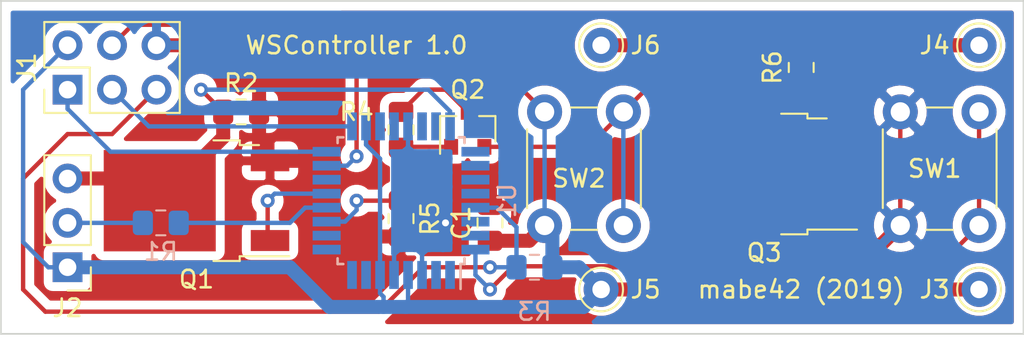
<source format=kicad_pcb>
(kicad_pcb (version 20171130) (host pcbnew 5.1.4-e60b266~84~ubuntu18.04.1)

  (general
    (thickness 1.6)
    (drawings 6)
    (tracks 144)
    (zones 0)
    (modules 19)
    (nets 32)
  )

  (page A4)
  (layers
    (0 F.Cu signal)
    (31 B.Cu signal)
    (32 B.Adhes user)
    (33 F.Adhes user)
    (34 B.Paste user)
    (35 F.Paste user)
    (36 B.SilkS user)
    (37 F.SilkS user)
    (38 B.Mask user)
    (39 F.Mask user)
    (40 Dwgs.User user)
    (41 Cmts.User user)
    (42 Eco1.User user)
    (43 Eco2.User user)
    (44 Edge.Cuts user)
    (45 Margin user)
    (46 B.CrtYd user)
    (47 F.CrtYd user)
    (48 B.Fab user)
    (49 F.Fab user hide)
  )

  (setup
    (last_trace_width 0.25)
    (user_trace_width 0.8)
    (trace_clearance 0.2)
    (zone_clearance 0.508)
    (zone_45_only no)
    (trace_min 0.2)
    (via_size 0.8)
    (via_drill 0.4)
    (via_min_size 0.4)
    (via_min_drill 0.3)
    (user_via 0.8 0.4)
    (uvia_size 0.3)
    (uvia_drill 0.1)
    (uvias_allowed no)
    (uvia_min_size 0.2)
    (uvia_min_drill 0.1)
    (edge_width 0.1)
    (segment_width 0.2)
    (pcb_text_width 0.3)
    (pcb_text_size 1.5 1.5)
    (mod_edge_width 0.15)
    (mod_text_size 1 1)
    (mod_text_width 0.15)
    (pad_size 1.524 1.524)
    (pad_drill 0.762)
    (pad_to_mask_clearance 0)
    (aux_axis_origin 0 0)
    (visible_elements FFFFFF7F)
    (pcbplotparams
      (layerselection 0x010fc_ffffffff)
      (usegerberextensions false)
      (usegerberattributes false)
      (usegerberadvancedattributes false)
      (creategerberjobfile false)
      (excludeedgelayer true)
      (linewidth 0.100000)
      (plotframeref false)
      (viasonmask false)
      (mode 1)
      (useauxorigin false)
      (hpglpennumber 1)
      (hpglpenspeed 20)
      (hpglpendiameter 15.000000)
      (psnegative false)
      (psa4output false)
      (plotreference true)
      (plotvalue true)
      (plotinvisibletext false)
      (padsonsilk false)
      (subtractmaskfromsilk false)
      (outputformat 1)
      (mirror false)
      (drillshape 0)
      (scaleselection 1)
      (outputdirectory "gerbers/"))
  )

  (net 0 "")
  (net 1 GND)
  (net 2 LED_VCC)
  (net 3 reset)
  (net 4 MOSI)
  (net 5 SCK)
  (net 6 MISO)
  (net 7 LED_GND)
  (net 8 LED_data)
  (net 9 GNDPWR)
  (net 10 shunt)
  (net 11 "Net-(Q2-Pad2)")
  (net 12 keep_power)
  (net 13 "Net-(R1-Pad2)")
  (net 14 mode)
  (net 15 "Net-(U1-Pad31)")
  (net 16 "Net-(U1-Pad30)")
  (net 17 "Net-(U1-Pad28)")
  (net 18 "Net-(U1-Pad27)")
  (net 19 "Net-(U1-Pad26)")
  (net 20 "Net-(U1-Pad25)")
  (net 21 "Net-(U1-Pad23)")
  (net 22 "Net-(U1-Pad22)")
  (net 23 "Net-(U1-Pad20)")
  (net 24 "Net-(U1-Pad19)")
  (net 25 "Net-(U1-Pad14)")
  (net 26 "Net-(U1-Pad10)")
  (net 27 "Net-(U1-Pad9)")
  (net 28 "Net-(U1-Pad8)")
  (net 29 "Net-(U1-Pad7)")
  (net 30 "Net-(U1-Pad2)")
  (net 31 "Net-(U1-Pad1)")

  (net_class Default "Dies ist die voreingestellte Netzklasse."
    (clearance 0.2)
    (trace_width 0.25)
    (via_dia 0.8)
    (via_drill 0.4)
    (uvia_dia 0.3)
    (uvia_drill 0.1)
    (add_net GND)
    (add_net GNDPWR)
    (add_net LED_GND)
    (add_net LED_VCC)
    (add_net LED_data)
    (add_net MISO)
    (add_net MOSI)
    (add_net "Net-(Q2-Pad2)")
    (add_net "Net-(R1-Pad2)")
    (add_net "Net-(U1-Pad1)")
    (add_net "Net-(U1-Pad10)")
    (add_net "Net-(U1-Pad14)")
    (add_net "Net-(U1-Pad19)")
    (add_net "Net-(U1-Pad2)")
    (add_net "Net-(U1-Pad20)")
    (add_net "Net-(U1-Pad22)")
    (add_net "Net-(U1-Pad23)")
    (add_net "Net-(U1-Pad25)")
    (add_net "Net-(U1-Pad26)")
    (add_net "Net-(U1-Pad27)")
    (add_net "Net-(U1-Pad28)")
    (add_net "Net-(U1-Pad30)")
    (add_net "Net-(U1-Pad31)")
    (add_net "Net-(U1-Pad7)")
    (add_net "Net-(U1-Pad8)")
    (add_net "Net-(U1-Pad9)")
    (add_net SCK)
    (add_net keep_power)
    (add_net mode)
    (add_net reset)
    (add_net shunt)
  )

  (net_class GND ""
    (clearance 0.2)
    (trace_width 0.8)
    (via_dia 0.8)
    (via_drill 0.4)
    (uvia_dia 0.3)
    (uvia_drill 0.1)
  )

  (net_class GNDPWR ""
    (clearance 0.2)
    (trace_width 0.8)
    (via_dia 0.8)
    (via_drill 0.4)
    (uvia_dia 0.3)
    (uvia_drill 0.1)
  )

  (net_class LED_GND ""
    (clearance 0.2)
    (trace_width 0.8)
    (via_dia 0.8)
    (via_drill 0.4)
    (uvia_dia 0.3)
    (uvia_drill 0.1)
  )

  (net_class LED_VCC ""
    (clearance 0.2)
    (trace_width 0.8)
    (via_dia 0.8)
    (via_drill 0.4)
    (uvia_dia 0.3)
    (uvia_drill 0.1)
  )

  (module Connector_PinHeader_2.54mm:PinHeader_1x03_P2.54mm_Vertical (layer F.Cu) (tedit 59FED5CC) (tstamp 5DC60A24)
    (at 116.84 63.5 180)
    (descr "Through hole straight pin header, 1x03, 2.54mm pitch, single row")
    (tags "Through hole pin header THT 1x03 2.54mm single row")
    (path /5DCB89F1)
    (fp_text reference J2 (at 0 -2.33) (layer F.SilkS)
      (effects (font (size 1 1) (thickness 0.15)))
    )
    (fp_text value "LED Strip" (at 0 7.41) (layer F.Fab)
      (effects (font (size 1 1) (thickness 0.15)))
    )
    (fp_text user %R (at 0 2.54 90) (layer F.Fab)
      (effects (font (size 1 1) (thickness 0.15)))
    )
    (fp_line (start 1.8 -1.8) (end -1.8 -1.8) (layer F.CrtYd) (width 0.05))
    (fp_line (start 1.8 6.85) (end 1.8 -1.8) (layer F.CrtYd) (width 0.05))
    (fp_line (start -1.8 6.85) (end 1.8 6.85) (layer F.CrtYd) (width 0.05))
    (fp_line (start -1.8 -1.8) (end -1.8 6.85) (layer F.CrtYd) (width 0.05))
    (fp_line (start -1.33 -1.33) (end 0 -1.33) (layer F.SilkS) (width 0.12))
    (fp_line (start -1.33 0) (end -1.33 -1.33) (layer F.SilkS) (width 0.12))
    (fp_line (start -1.33 1.27) (end 1.33 1.27) (layer F.SilkS) (width 0.12))
    (fp_line (start 1.33 1.27) (end 1.33 6.41) (layer F.SilkS) (width 0.12))
    (fp_line (start -1.33 1.27) (end -1.33 6.41) (layer F.SilkS) (width 0.12))
    (fp_line (start -1.33 6.41) (end 1.33 6.41) (layer F.SilkS) (width 0.12))
    (fp_line (start -1.27 -0.635) (end -0.635 -1.27) (layer F.Fab) (width 0.1))
    (fp_line (start -1.27 6.35) (end -1.27 -0.635) (layer F.Fab) (width 0.1))
    (fp_line (start 1.27 6.35) (end -1.27 6.35) (layer F.Fab) (width 0.1))
    (fp_line (start 1.27 -1.27) (end 1.27 6.35) (layer F.Fab) (width 0.1))
    (fp_line (start -0.635 -1.27) (end 1.27 -1.27) (layer F.Fab) (width 0.1))
    (pad 3 thru_hole oval (at 0 5.08 180) (size 1.7 1.7) (drill 1) (layers *.Cu *.Mask)
      (net 7 LED_GND))
    (pad 2 thru_hole oval (at 0 2.54 180) (size 1.7 1.7) (drill 1) (layers *.Cu *.Mask)
      (net 8 LED_data))
    (pad 1 thru_hole rect (at 0 0 180) (size 1.7 1.7) (drill 1) (layers *.Cu *.Mask)
      (net 2 LED_VCC))
    (model ${KISYS3DMOD}/Connector_PinHeader_2.54mm.3dshapes/PinHeader_1x03_P2.54mm_Vertical.wrl
      (at (xyz 0 0 0))
      (scale (xyz 1 1 1))
      (rotate (xyz 0 0 0))
    )
  )

  (module Capacitor_SMD:C_0805_2012Metric_Pad1.15x1.40mm_HandSolder (layer F.Cu) (tedit 5B36C52B) (tstamp 5DC5E3FA)
    (at 140.97 60.96 90)
    (descr "Capacitor SMD 0805 (2012 Metric), square (rectangular) end terminal, IPC_7351 nominal with elongated pad for handsoldering. (Body size source: https://docs.google.com/spreadsheets/d/1BsfQQcO9C6DZCsRaXUlFlo91Tg2WpOkGARC1WS5S8t0/edit?usp=sharing), generated with kicad-footprint-generator")
    (tags "capacitor handsolder")
    (path /5DC47CB5)
    (attr smd)
    (fp_text reference C1 (at 0 -1.65 90) (layer F.SilkS)
      (effects (font (size 1 1) (thickness 0.15)))
    )
    (fp_text value 0.1uF (at 0 1.65 90) (layer F.Fab)
      (effects (font (size 1 1) (thickness 0.15)))
    )
    (fp_text user %R (at 0 0 90) (layer F.Fab)
      (effects (font (size 0.5 0.5) (thickness 0.08)))
    )
    (fp_line (start 1.85 0.95) (end -1.85 0.95) (layer F.CrtYd) (width 0.05))
    (fp_line (start 1.85 -0.95) (end 1.85 0.95) (layer F.CrtYd) (width 0.05))
    (fp_line (start -1.85 -0.95) (end 1.85 -0.95) (layer F.CrtYd) (width 0.05))
    (fp_line (start -1.85 0.95) (end -1.85 -0.95) (layer F.CrtYd) (width 0.05))
    (fp_line (start -0.261252 0.71) (end 0.261252 0.71) (layer F.SilkS) (width 0.12))
    (fp_line (start -0.261252 -0.71) (end 0.261252 -0.71) (layer F.SilkS) (width 0.12))
    (fp_line (start 1 0.6) (end -1 0.6) (layer F.Fab) (width 0.1))
    (fp_line (start 1 -0.6) (end 1 0.6) (layer F.Fab) (width 0.1))
    (fp_line (start -1 -0.6) (end 1 -0.6) (layer F.Fab) (width 0.1))
    (fp_line (start -1 0.6) (end -1 -0.6) (layer F.Fab) (width 0.1))
    (pad 2 smd roundrect (at 1.025 0 90) (size 1.15 1.4) (layers F.Cu F.Paste F.Mask) (roundrect_rratio 0.217391)
      (net 1 GND))
    (pad 1 smd roundrect (at -1.025 0 90) (size 1.15 1.4) (layers F.Cu F.Paste F.Mask) (roundrect_rratio 0.217391)
      (net 2 LED_VCC))
    (model ${KISYS3DMOD}/Capacitor_SMD.3dshapes/C_0805_2012Metric.wrl
      (at (xyz 0 0 0))
      (scale (xyz 1 1 1))
      (rotate (xyz 0 0 0))
    )
  )

  (module Package_QFP:TQFP-32_7x7mm_P0.8mm (layer B.Cu) (tedit 5A02F146) (tstamp 5DC8270E)
    (at 135.89 59.69 90)
    (descr "32-Lead Plastic Thin Quad Flatpack (PT) - 7x7x1.0 mm Body, 2.00 mm [TQFP] (see Microchip Packaging Specification 00000049BS.pdf)")
    (tags "QFP 0.8")
    (path /5DC06868)
    (attr smd)
    (fp_text reference U1 (at 0 6.05 90) (layer B.SilkS)
      (effects (font (size 1 1) (thickness 0.15)) (justify mirror))
    )
    (fp_text value ATmega328P-AU (at 0 -6.05 90) (layer B.Fab)
      (effects (font (size 1 1) (thickness 0.15)) (justify mirror))
    )
    (fp_line (start -3.625 3.4) (end -5.05 3.4) (layer B.SilkS) (width 0.15))
    (fp_line (start 3.625 3.625) (end 3.3 3.625) (layer B.SilkS) (width 0.15))
    (fp_line (start 3.625 -3.625) (end 3.3 -3.625) (layer B.SilkS) (width 0.15))
    (fp_line (start -3.625 -3.625) (end -3.3 -3.625) (layer B.SilkS) (width 0.15))
    (fp_line (start -3.625 3.625) (end -3.3 3.625) (layer B.SilkS) (width 0.15))
    (fp_line (start -3.625 -3.625) (end -3.625 -3.3) (layer B.SilkS) (width 0.15))
    (fp_line (start 3.625 -3.625) (end 3.625 -3.3) (layer B.SilkS) (width 0.15))
    (fp_line (start 3.625 3.625) (end 3.625 3.3) (layer B.SilkS) (width 0.15))
    (fp_line (start -3.625 3.625) (end -3.625 3.4) (layer B.SilkS) (width 0.15))
    (fp_line (start -5.3 -5.3) (end 5.3 -5.3) (layer B.CrtYd) (width 0.05))
    (fp_line (start -5.3 5.3) (end 5.3 5.3) (layer B.CrtYd) (width 0.05))
    (fp_line (start 5.3 5.3) (end 5.3 -5.3) (layer B.CrtYd) (width 0.05))
    (fp_line (start -5.3 5.3) (end -5.3 -5.3) (layer B.CrtYd) (width 0.05))
    (fp_line (start -3.5 2.5) (end -2.5 3.5) (layer B.Fab) (width 0.15))
    (fp_line (start -3.5 -3.5) (end -3.5 2.5) (layer B.Fab) (width 0.15))
    (fp_line (start 3.5 -3.5) (end -3.5 -3.5) (layer B.Fab) (width 0.15))
    (fp_line (start 3.5 3.5) (end 3.5 -3.5) (layer B.Fab) (width 0.15))
    (fp_line (start -2.5 3.5) (end 3.5 3.5) (layer B.Fab) (width 0.15))
    (fp_text user %R (at 0 0 90) (layer B.Fab)
      (effects (font (size 1 1) (thickness 0.15)) (justify mirror))
    )
    (pad 32 smd rect (at -2.8 4.25) (size 1.6 0.55) (layers B.Cu B.Paste B.Mask)
      (net 14 mode))
    (pad 31 smd rect (at -2 4.25) (size 1.6 0.55) (layers B.Cu B.Paste B.Mask)
      (net 15 "Net-(U1-Pad31)"))
    (pad 30 smd rect (at -1.2 4.25) (size 1.6 0.55) (layers B.Cu B.Paste B.Mask)
      (net 16 "Net-(U1-Pad30)"))
    (pad 29 smd rect (at -0.4 4.25) (size 1.6 0.55) (layers B.Cu B.Paste B.Mask)
      (net 3 reset))
    (pad 28 smd rect (at 0.4 4.25) (size 1.6 0.55) (layers B.Cu B.Paste B.Mask)
      (net 17 "Net-(U1-Pad28)"))
    (pad 27 smd rect (at 1.2 4.25) (size 1.6 0.55) (layers B.Cu B.Paste B.Mask)
      (net 18 "Net-(U1-Pad27)"))
    (pad 26 smd rect (at 2 4.25) (size 1.6 0.55) (layers B.Cu B.Paste B.Mask)
      (net 19 "Net-(U1-Pad26)"))
    (pad 25 smd rect (at 2.8 4.25) (size 1.6 0.55) (layers B.Cu B.Paste B.Mask)
      (net 20 "Net-(U1-Pad25)"))
    (pad 24 smd rect (at 4.25 2.8 90) (size 1.6 0.55) (layers B.Cu B.Paste B.Mask)
      (net 7 LED_GND))
    (pad 23 smd rect (at 4.25 2 90) (size 1.6 0.55) (layers B.Cu B.Paste B.Mask)
      (net 21 "Net-(U1-Pad23)"))
    (pad 22 smd rect (at 4.25 1.2 90) (size 1.6 0.55) (layers B.Cu B.Paste B.Mask)
      (net 22 "Net-(U1-Pad22)"))
    (pad 21 smd rect (at 4.25 0.4 90) (size 1.6 0.55) (layers B.Cu B.Paste B.Mask)
      (net 1 GND))
    (pad 20 smd rect (at 4.25 -0.4 90) (size 1.6 0.55) (layers B.Cu B.Paste B.Mask)
      (net 23 "Net-(U1-Pad20)"))
    (pad 19 smd rect (at 4.25 -1.2 90) (size 1.6 0.55) (layers B.Cu B.Paste B.Mask)
      (net 24 "Net-(U1-Pad19)"))
    (pad 18 smd rect (at 4.25 -2 90) (size 1.6 0.55) (layers B.Cu B.Paste B.Mask)
      (net 2 LED_VCC))
    (pad 17 smd rect (at 4.25 -2.8 90) (size 1.6 0.55) (layers B.Cu B.Paste B.Mask)
      (net 5 SCK))
    (pad 16 smd rect (at 2.8 -4.25) (size 1.6 0.55) (layers B.Cu B.Paste B.Mask)
      (net 6 MISO))
    (pad 15 smd rect (at 2 -4.25) (size 1.6 0.55) (layers B.Cu B.Paste B.Mask)
      (net 4 MOSI))
    (pad 14 smd rect (at 1.2 -4.25) (size 1.6 0.55) (layers B.Cu B.Paste B.Mask)
      (net 25 "Net-(U1-Pad14)"))
    (pad 13 smd rect (at 0.4 -4.25) (size 1.6 0.55) (layers B.Cu B.Paste B.Mask)
      (net 10 shunt))
    (pad 12 smd rect (at -0.4 -4.25) (size 1.6 0.55) (layers B.Cu B.Paste B.Mask)
      (net 13 "Net-(R1-Pad2)"))
    (pad 11 smd rect (at -1.2 -4.25) (size 1.6 0.55) (layers B.Cu B.Paste B.Mask)
      (net 12 keep_power))
    (pad 10 smd rect (at -2 -4.25) (size 1.6 0.55) (layers B.Cu B.Paste B.Mask)
      (net 26 "Net-(U1-Pad10)"))
    (pad 9 smd rect (at -2.8 -4.25) (size 1.6 0.55) (layers B.Cu B.Paste B.Mask)
      (net 27 "Net-(U1-Pad9)"))
    (pad 8 smd rect (at -4.25 -2.8 90) (size 1.6 0.55) (layers B.Cu B.Paste B.Mask)
      (net 28 "Net-(U1-Pad8)"))
    (pad 7 smd rect (at -4.25 -2 90) (size 1.6 0.55) (layers B.Cu B.Paste B.Mask)
      (net 29 "Net-(U1-Pad7)"))
    (pad 6 smd rect (at -4.25 -1.2 90) (size 1.6 0.55) (layers B.Cu B.Paste B.Mask)
      (net 2 LED_VCC))
    (pad 5 smd rect (at -4.25 -0.4 90) (size 1.6 0.55) (layers B.Cu B.Paste B.Mask)
      (net 1 GND))
    (pad 4 smd rect (at -4.25 0.4 90) (size 1.6 0.55) (layers B.Cu B.Paste B.Mask)
      (net 2 LED_VCC))
    (pad 3 smd rect (at -4.25 1.2 90) (size 1.6 0.55) (layers B.Cu B.Paste B.Mask)
      (net 1 GND))
    (pad 2 smd rect (at -4.25 2 90) (size 1.6 0.55) (layers B.Cu B.Paste B.Mask)
      (net 30 "Net-(U1-Pad2)"))
    (pad 1 smd rect (at -4.25 2.8 90) (size 1.6 0.55) (layers B.Cu B.Paste B.Mask)
      (net 31 "Net-(U1-Pad1)"))
    (model ${KISYS3DMOD}/Package_QFP.3dshapes/TQFP-32_7x7mm_P0.8mm.wrl
      (at (xyz 0 0 0))
      (scale (xyz 1 1 1))
      (rotate (xyz 0 0 0))
    )
  )

  (module Button_Switch_THT:SW_PUSH_6mm (layer F.Cu) (tedit 5A02FE31) (tstamp 5DC5F700)
    (at 148.59 54.61 270)
    (descr https://www.omron.com/ecb/products/pdf/en-b3f.pdf)
    (tags "tact sw push 6mm")
    (path /5DC65559)
    (fp_text reference SW2 (at 3.81 2.54 180) (layer F.SilkS)
      (effects (font (size 1 1) (thickness 0.15)))
    )
    (fp_text value "Switch ON" (at 3.75 6.7 90) (layer F.Fab)
      (effects (font (size 1 1) (thickness 0.15)))
    )
    (fp_circle (center 3.25 2.25) (end 1.25 2.5) (layer F.Fab) (width 0.1))
    (fp_line (start 6.75 3) (end 6.75 1.5) (layer F.SilkS) (width 0.12))
    (fp_line (start 5.5 -1) (end 1 -1) (layer F.SilkS) (width 0.12))
    (fp_line (start -0.25 1.5) (end -0.25 3) (layer F.SilkS) (width 0.12))
    (fp_line (start 1 5.5) (end 5.5 5.5) (layer F.SilkS) (width 0.12))
    (fp_line (start 8 -1.25) (end 8 5.75) (layer F.CrtYd) (width 0.05))
    (fp_line (start 7.75 6) (end -1.25 6) (layer F.CrtYd) (width 0.05))
    (fp_line (start -1.5 5.75) (end -1.5 -1.25) (layer F.CrtYd) (width 0.05))
    (fp_line (start -1.25 -1.5) (end 7.75 -1.5) (layer F.CrtYd) (width 0.05))
    (fp_line (start -1.5 6) (end -1.25 6) (layer F.CrtYd) (width 0.05))
    (fp_line (start -1.5 5.75) (end -1.5 6) (layer F.CrtYd) (width 0.05))
    (fp_line (start -1.5 -1.5) (end -1.25 -1.5) (layer F.CrtYd) (width 0.05))
    (fp_line (start -1.5 -1.25) (end -1.5 -1.5) (layer F.CrtYd) (width 0.05))
    (fp_line (start 8 -1.5) (end 8 -1.25) (layer F.CrtYd) (width 0.05))
    (fp_line (start 7.75 -1.5) (end 8 -1.5) (layer F.CrtYd) (width 0.05))
    (fp_line (start 8 6) (end 8 5.75) (layer F.CrtYd) (width 0.05))
    (fp_line (start 7.75 6) (end 8 6) (layer F.CrtYd) (width 0.05))
    (fp_line (start 0.25 -0.75) (end 3.25 -0.75) (layer F.Fab) (width 0.1))
    (fp_line (start 0.25 5.25) (end 0.25 -0.75) (layer F.Fab) (width 0.1))
    (fp_line (start 6.25 5.25) (end 0.25 5.25) (layer F.Fab) (width 0.1))
    (fp_line (start 6.25 -0.75) (end 6.25 5.25) (layer F.Fab) (width 0.1))
    (fp_line (start 3.25 -0.75) (end 6.25 -0.75) (layer F.Fab) (width 0.1))
    (fp_text user %R (at 3.25 2.25 90) (layer F.Fab)
      (effects (font (size 1 1) (thickness 0.15)))
    )
    (pad 1 thru_hole circle (at 6.5 0) (size 2 2) (drill 1.1) (layers *.Cu *.Mask)
      (net 11 "Net-(Q2-Pad2)"))
    (pad 2 thru_hole circle (at 6.5 4.5) (size 2 2) (drill 1.1) (layers *.Cu *.Mask)
      (net 2 LED_VCC))
    (pad 1 thru_hole circle (at 0 0) (size 2 2) (drill 1.1) (layers *.Cu *.Mask)
      (net 11 "Net-(Q2-Pad2)"))
    (pad 2 thru_hole circle (at 0 4.5) (size 2 2) (drill 1.1) (layers *.Cu *.Mask)
      (net 2 LED_VCC))
    (model ${KISYS3DMOD}/Button_Switch_THT.3dshapes/SW_PUSH_6mm.wrl
      (at (xyz 0 0 0))
      (scale (xyz 1 1 1))
      (rotate (xyz 0 0 0))
    )
  )

  (module Button_Switch_THT:SW_PUSH_6mm (layer F.Cu) (tedit 5A02FE31) (tstamp 5DC5E537)
    (at 168.91 54.61 270)
    (descr https://www.omron.com/ecb/products/pdf/en-b3f.pdf)
    (tags "tact sw push 6mm")
    (path /5DC64893)
    (fp_text reference SW1 (at 3.25 2.54 180) (layer F.SilkS)
      (effects (font (size 1 1) (thickness 0.15)))
    )
    (fp_text value "Switch Mode" (at 3.75 6.7 90) (layer F.Fab)
      (effects (font (size 1 1) (thickness 0.15)))
    )
    (fp_circle (center 3.25 2.25) (end 1.25 2.5) (layer F.Fab) (width 0.1))
    (fp_line (start 6.75 3) (end 6.75 1.5) (layer F.SilkS) (width 0.12))
    (fp_line (start 5.5 -1) (end 1 -1) (layer F.SilkS) (width 0.12))
    (fp_line (start -0.25 1.5) (end -0.25 3) (layer F.SilkS) (width 0.12))
    (fp_line (start 1 5.5) (end 5.5 5.5) (layer F.SilkS) (width 0.12))
    (fp_line (start 8 -1.25) (end 8 5.75) (layer F.CrtYd) (width 0.05))
    (fp_line (start 7.75 6) (end -1.25 6) (layer F.CrtYd) (width 0.05))
    (fp_line (start -1.5 5.75) (end -1.5 -1.25) (layer F.CrtYd) (width 0.05))
    (fp_line (start -1.25 -1.5) (end 7.75 -1.5) (layer F.CrtYd) (width 0.05))
    (fp_line (start -1.5 6) (end -1.25 6) (layer F.CrtYd) (width 0.05))
    (fp_line (start -1.5 5.75) (end -1.5 6) (layer F.CrtYd) (width 0.05))
    (fp_line (start -1.5 -1.5) (end -1.25 -1.5) (layer F.CrtYd) (width 0.05))
    (fp_line (start -1.5 -1.25) (end -1.5 -1.5) (layer F.CrtYd) (width 0.05))
    (fp_line (start 8 -1.5) (end 8 -1.25) (layer F.CrtYd) (width 0.05))
    (fp_line (start 7.75 -1.5) (end 8 -1.5) (layer F.CrtYd) (width 0.05))
    (fp_line (start 8 6) (end 8 5.75) (layer F.CrtYd) (width 0.05))
    (fp_line (start 7.75 6) (end 8 6) (layer F.CrtYd) (width 0.05))
    (fp_line (start 0.25 -0.75) (end 3.25 -0.75) (layer F.Fab) (width 0.1))
    (fp_line (start 0.25 5.25) (end 0.25 -0.75) (layer F.Fab) (width 0.1))
    (fp_line (start 6.25 5.25) (end 0.25 5.25) (layer F.Fab) (width 0.1))
    (fp_line (start 6.25 -0.75) (end 6.25 5.25) (layer F.Fab) (width 0.1))
    (fp_line (start 3.25 -0.75) (end 6.25 -0.75) (layer F.Fab) (width 0.1))
    (fp_text user %R (at 3.25 2.25 90) (layer F.Fab)
      (effects (font (size 1 1) (thickness 0.15)))
    )
    (pad 1 thru_hole circle (at 6.5 0) (size 2 2) (drill 1.1) (layers *.Cu *.Mask)
      (net 14 mode))
    (pad 2 thru_hole circle (at 6.5 4.5) (size 2 2) (drill 1.1) (layers *.Cu *.Mask)
      (net 1 GND))
    (pad 1 thru_hole circle (at 0 0) (size 2 2) (drill 1.1) (layers *.Cu *.Mask)
      (net 14 mode))
    (pad 2 thru_hole circle (at 0 4.5) (size 2 2) (drill 1.1) (layers *.Cu *.Mask)
      (net 1 GND))
    (model ${KISYS3DMOD}/Button_Switch_THT.3dshapes/SW_PUSH_6mm.wrl
      (at (xyz 0 0 0))
      (scale (xyz 1 1 1))
      (rotate (xyz 0 0 0))
    )
  )

  (module Resistor_SMD:R_0805_2012Metric_Pad1.15x1.40mm_HandSolder (layer F.Cu) (tedit 5B36C52B) (tstamp 5DC5EAB7)
    (at 158.75 52.07 90)
    (descr "Resistor SMD 0805 (2012 Metric), square (rectangular) end terminal, IPC_7351 nominal with elongated pad for handsoldering. (Body size source: https://docs.google.com/spreadsheets/d/1BsfQQcO9C6DZCsRaXUlFlo91Tg2WpOkGARC1WS5S8t0/edit?usp=sharing), generated with kicad-footprint-generator")
    (tags "resistor handsolder")
    (path /5DC8C458)
    (attr smd)
    (fp_text reference R6 (at 0 -1.65 90) (layer F.SilkS)
      (effects (font (size 1 1) (thickness 0.15)))
    )
    (fp_text value 10 (at 0 1.65 90) (layer F.Fab)
      (effects (font (size 1 1) (thickness 0.15)))
    )
    (fp_text user %R (at 0 0 90) (layer F.Fab)
      (effects (font (size 0.5 0.5) (thickness 0.08)))
    )
    (fp_line (start 1.85 0.95) (end -1.85 0.95) (layer F.CrtYd) (width 0.05))
    (fp_line (start 1.85 -0.95) (end 1.85 0.95) (layer F.CrtYd) (width 0.05))
    (fp_line (start -1.85 -0.95) (end 1.85 -0.95) (layer F.CrtYd) (width 0.05))
    (fp_line (start -1.85 0.95) (end -1.85 -0.95) (layer F.CrtYd) (width 0.05))
    (fp_line (start -0.261252 0.71) (end 0.261252 0.71) (layer F.SilkS) (width 0.12))
    (fp_line (start -0.261252 -0.71) (end 0.261252 -0.71) (layer F.SilkS) (width 0.12))
    (fp_line (start 1 0.6) (end -1 0.6) (layer F.Fab) (width 0.1))
    (fp_line (start 1 -0.6) (end 1 0.6) (layer F.Fab) (width 0.1))
    (fp_line (start -1 -0.6) (end 1 -0.6) (layer F.Fab) (width 0.1))
    (fp_line (start -1 0.6) (end -1 -0.6) (layer F.Fab) (width 0.1))
    (pad 2 smd roundrect (at 1.025 0 90) (size 1.15 1.4) (layers F.Cu F.Paste F.Mask) (roundrect_rratio 0.217391)
      (net 9 GNDPWR))
    (pad 1 smd roundrect (at -1.025 0 90) (size 1.15 1.4) (layers F.Cu F.Paste F.Mask) (roundrect_rratio 0.217391)
      (net 11 "Net-(Q2-Pad2)"))
    (model ${KISYS3DMOD}/Resistor_SMD.3dshapes/R_0805_2012Metric.wrl
      (at (xyz 0 0 0))
      (scale (xyz 1 1 1))
      (rotate (xyz 0 0 0))
    )
  )

  (module Resistor_SMD:R_0805_2012Metric_Pad1.15x1.40mm_HandSolder (layer F.Cu) (tedit 5B36C52B) (tstamp 5DC620BB)
    (at 135.89 60.715 270)
    (descr "Resistor SMD 0805 (2012 Metric), square (rectangular) end terminal, IPC_7351 nominal with elongated pad for handsoldering. (Body size source: https://docs.google.com/spreadsheets/d/1BsfQQcO9C6DZCsRaXUlFlo91Tg2WpOkGARC1WS5S8t0/edit?usp=sharing), generated with kicad-footprint-generator")
    (tags "resistor handsolder")
    (path /5DC84815)
    (attr smd)
    (fp_text reference R5 (at 0 -1.65 90) (layer F.SilkS)
      (effects (font (size 1 1) (thickness 0.15)))
    )
    (fp_text value 1k (at 0 1.65 90) (layer F.Fab)
      (effects (font (size 1 1) (thickness 0.15)))
    )
    (fp_text user %R (at 0 0 90) (layer F.Fab)
      (effects (font (size 0.5 0.5) (thickness 0.08)))
    )
    (fp_line (start 1.85 0.95) (end -1.85 0.95) (layer F.CrtYd) (width 0.05))
    (fp_line (start 1.85 -0.95) (end 1.85 0.95) (layer F.CrtYd) (width 0.05))
    (fp_line (start -1.85 -0.95) (end 1.85 -0.95) (layer F.CrtYd) (width 0.05))
    (fp_line (start -1.85 0.95) (end -1.85 -0.95) (layer F.CrtYd) (width 0.05))
    (fp_line (start -0.261252 0.71) (end 0.261252 0.71) (layer F.SilkS) (width 0.12))
    (fp_line (start -0.261252 -0.71) (end 0.261252 -0.71) (layer F.SilkS) (width 0.12))
    (fp_line (start 1 0.6) (end -1 0.6) (layer F.Fab) (width 0.1))
    (fp_line (start 1 -0.6) (end 1 0.6) (layer F.Fab) (width 0.1))
    (fp_line (start -1 -0.6) (end 1 -0.6) (layer F.Fab) (width 0.1))
    (fp_line (start -1 0.6) (end -1 -0.6) (layer F.Fab) (width 0.1))
    (pad 2 smd roundrect (at 1.025 0 270) (size 1.15 1.4) (layers F.Cu F.Paste F.Mask) (roundrect_rratio 0.217391)
      (net 1 GND))
    (pad 1 smd roundrect (at -1.025 0 270) (size 1.15 1.4) (layers F.Cu F.Paste F.Mask) (roundrect_rratio 0.217391)
      (net 12 keep_power))
    (model ${KISYS3DMOD}/Resistor_SMD.3dshapes/R_0805_2012Metric.wrl
      (at (xyz 0 0 0))
      (scale (xyz 1 1 1))
      (rotate (xyz 0 0 0))
    )
  )

  (module Resistor_SMD:R_0805_2012Metric_Pad1.15x1.40mm_HandSolder (layer F.Cu) (tedit 5B36C52B) (tstamp 5DC5E4F6)
    (at 135.89 55.635 270)
    (descr "Resistor SMD 0805 (2012 Metric), square (rectangular) end terminal, IPC_7351 nominal with elongated pad for handsoldering. (Body size source: https://docs.google.com/spreadsheets/d/1BsfQQcO9C6DZCsRaXUlFlo91Tg2WpOkGARC1WS5S8t0/edit?usp=sharing), generated with kicad-footprint-generator")
    (tags "resistor handsolder")
    (path /5DC8430C)
    (attr smd)
    (fp_text reference R4 (at -1.025 2.54 180) (layer F.SilkS)
      (effects (font (size 1 1) (thickness 0.15)))
    )
    (fp_text value 10k (at 0 1.65 90) (layer F.Fab)
      (effects (font (size 1 1) (thickness 0.15)))
    )
    (fp_text user %R (at 0 0 90) (layer F.Fab)
      (effects (font (size 0.5 0.5) (thickness 0.08)))
    )
    (fp_line (start 1.85 0.95) (end -1.85 0.95) (layer F.CrtYd) (width 0.05))
    (fp_line (start 1.85 -0.95) (end 1.85 0.95) (layer F.CrtYd) (width 0.05))
    (fp_line (start -1.85 -0.95) (end 1.85 -0.95) (layer F.CrtYd) (width 0.05))
    (fp_line (start -1.85 0.95) (end -1.85 -0.95) (layer F.CrtYd) (width 0.05))
    (fp_line (start -0.261252 0.71) (end 0.261252 0.71) (layer F.SilkS) (width 0.12))
    (fp_line (start -0.261252 -0.71) (end 0.261252 -0.71) (layer F.SilkS) (width 0.12))
    (fp_line (start 1 0.6) (end -1 0.6) (layer F.Fab) (width 0.1))
    (fp_line (start 1 -0.6) (end 1 0.6) (layer F.Fab) (width 0.1))
    (fp_line (start -1 -0.6) (end 1 -0.6) (layer F.Fab) (width 0.1))
    (fp_line (start -1 0.6) (end -1 -0.6) (layer F.Fab) (width 0.1))
    (pad 2 smd roundrect (at 1.025 0 270) (size 1.15 1.4) (layers F.Cu F.Paste F.Mask) (roundrect_rratio 0.217391)
      (net 12 keep_power))
    (pad 1 smd roundrect (at -1.025 0 270) (size 1.15 1.4) (layers F.Cu F.Paste F.Mask) (roundrect_rratio 0.217391)
      (net 2 LED_VCC))
    (model ${KISYS3DMOD}/Resistor_SMD.3dshapes/R_0805_2012Metric.wrl
      (at (xyz 0 0 0))
      (scale (xyz 1 1 1))
      (rotate (xyz 0 0 0))
    )
  )

  (module Resistor_SMD:R_0805_2012Metric_Pad1.15x1.40mm_HandSolder (layer B.Cu) (tedit 5B36C52B) (tstamp 5DC61D2F)
    (at 143.51 63.5 180)
    (descr "Resistor SMD 0805 (2012 Metric), square (rectangular) end terminal, IPC_7351 nominal with elongated pad for handsoldering. (Body size source: https://docs.google.com/spreadsheets/d/1BsfQQcO9C6DZCsRaXUlFlo91Tg2WpOkGARC1WS5S8t0/edit?usp=sharing), generated with kicad-footprint-generator")
    (tags "resistor handsolder")
    (path /5DC5C127)
    (attr smd)
    (fp_text reference R3 (at 0 -2.54) (layer B.SilkS)
      (effects (font (size 1 1) (thickness 0.15)) (justify mirror))
    )
    (fp_text value 10k (at 0 -1.65) (layer B.Fab)
      (effects (font (size 1 1) (thickness 0.15)) (justify mirror))
    )
    (fp_text user %R (at 0 0) (layer B.Fab)
      (effects (font (size 0.5 0.5) (thickness 0.08)) (justify mirror))
    )
    (fp_line (start 1.85 -0.95) (end -1.85 -0.95) (layer B.CrtYd) (width 0.05))
    (fp_line (start 1.85 0.95) (end 1.85 -0.95) (layer B.CrtYd) (width 0.05))
    (fp_line (start -1.85 0.95) (end 1.85 0.95) (layer B.CrtYd) (width 0.05))
    (fp_line (start -1.85 -0.95) (end -1.85 0.95) (layer B.CrtYd) (width 0.05))
    (fp_line (start -0.261252 -0.71) (end 0.261252 -0.71) (layer B.SilkS) (width 0.12))
    (fp_line (start -0.261252 0.71) (end 0.261252 0.71) (layer B.SilkS) (width 0.12))
    (fp_line (start 1 -0.6) (end -1 -0.6) (layer B.Fab) (width 0.1))
    (fp_line (start 1 0.6) (end 1 -0.6) (layer B.Fab) (width 0.1))
    (fp_line (start -1 0.6) (end 1 0.6) (layer B.Fab) (width 0.1))
    (fp_line (start -1 -0.6) (end -1 0.6) (layer B.Fab) (width 0.1))
    (pad 2 smd roundrect (at 1.025 0 180) (size 1.15 1.4) (layers B.Cu B.Paste B.Mask) (roundrect_rratio 0.217391)
      (net 3 reset))
    (pad 1 smd roundrect (at -1.025 0 180) (size 1.15 1.4) (layers B.Cu B.Paste B.Mask) (roundrect_rratio 0.217391)
      (net 2 LED_VCC))
    (model ${KISYS3DMOD}/Resistor_SMD.3dshapes/R_0805_2012Metric.wrl
      (at (xyz 0 0 0))
      (scale (xyz 1 1 1))
      (rotate (xyz 0 0 0))
    )
  )

  (module Resistor_SMD:R_0805_2012Metric_Pad1.15x1.40mm_HandSolder (layer F.Cu) (tedit 5B36C52B) (tstamp 5DC6082F)
    (at 126.755 54.61)
    (descr "Resistor SMD 0805 (2012 Metric), square (rectangular) end terminal, IPC_7351 nominal with elongated pad for handsoldering. (Body size source: https://docs.google.com/spreadsheets/d/1BsfQQcO9C6DZCsRaXUlFlo91Tg2WpOkGARC1WS5S8t0/edit?usp=sharing), generated with kicad-footprint-generator")
    (tags "resistor handsolder")
    (path /5DC72193)
    (attr smd)
    (fp_text reference R2 (at 0 -1.65) (layer F.SilkS)
      (effects (font (size 1 1) (thickness 0.15)))
    )
    (fp_text value 10 (at 0 1.65) (layer F.Fab)
      (effects (font (size 1 1) (thickness 0.15)))
    )
    (fp_text user %R (at 0 0) (layer F.Fab)
      (effects (font (size 0.5 0.5) (thickness 0.08)))
    )
    (fp_line (start 1.85 0.95) (end -1.85 0.95) (layer F.CrtYd) (width 0.05))
    (fp_line (start 1.85 -0.95) (end 1.85 0.95) (layer F.CrtYd) (width 0.05))
    (fp_line (start -1.85 -0.95) (end 1.85 -0.95) (layer F.CrtYd) (width 0.05))
    (fp_line (start -1.85 0.95) (end -1.85 -0.95) (layer F.CrtYd) (width 0.05))
    (fp_line (start -0.261252 0.71) (end 0.261252 0.71) (layer F.SilkS) (width 0.12))
    (fp_line (start -0.261252 -0.71) (end 0.261252 -0.71) (layer F.SilkS) (width 0.12))
    (fp_line (start 1 0.6) (end -1 0.6) (layer F.Fab) (width 0.1))
    (fp_line (start 1 -0.6) (end 1 0.6) (layer F.Fab) (width 0.1))
    (fp_line (start -1 -0.6) (end 1 -0.6) (layer F.Fab) (width 0.1))
    (fp_line (start -1 0.6) (end -1 -0.6) (layer F.Fab) (width 0.1))
    (pad 2 smd roundrect (at 1.025 0) (size 1.15 1.4) (layers F.Cu F.Paste F.Mask) (roundrect_rratio 0.217391)
      (net 1 GND))
    (pad 1 smd roundrect (at -1.025 0) (size 1.15 1.4) (layers F.Cu F.Paste F.Mask) (roundrect_rratio 0.217391)
      (net 7 LED_GND))
    (model ${KISYS3DMOD}/Resistor_SMD.3dshapes/R_0805_2012Metric.wrl
      (at (xyz 0 0 0))
      (scale (xyz 1 1 1))
      (rotate (xyz 0 0 0))
    )
  )

  (module Resistor_SMD:R_0805_2012Metric_Pad1.15x1.40mm_HandSolder (layer B.Cu) (tedit 5B36C52B) (tstamp 5DC5E4C3)
    (at 122.165 60.96)
    (descr "Resistor SMD 0805 (2012 Metric), square (rectangular) end terminal, IPC_7351 nominal with elongated pad for handsoldering. (Body size source: https://docs.google.com/spreadsheets/d/1BsfQQcO9C6DZCsRaXUlFlo91Tg2WpOkGARC1WS5S8t0/edit?usp=sharing), generated with kicad-footprint-generator")
    (tags "resistor handsolder")
    (path /5DCA7F32)
    (attr smd)
    (fp_text reference R1 (at 0 1.65) (layer B.SilkS)
      (effects (font (size 1 1) (thickness 0.15)) (justify mirror))
    )
    (fp_text value 470 (at 0 -1.65) (layer B.Fab)
      (effects (font (size 1 1) (thickness 0.15)) (justify mirror))
    )
    (fp_text user %R (at 0 0) (layer B.Fab)
      (effects (font (size 0.5 0.5) (thickness 0.08)) (justify mirror))
    )
    (fp_line (start 1.85 -0.95) (end -1.85 -0.95) (layer B.CrtYd) (width 0.05))
    (fp_line (start 1.85 0.95) (end 1.85 -0.95) (layer B.CrtYd) (width 0.05))
    (fp_line (start -1.85 0.95) (end 1.85 0.95) (layer B.CrtYd) (width 0.05))
    (fp_line (start -1.85 -0.95) (end -1.85 0.95) (layer B.CrtYd) (width 0.05))
    (fp_line (start -0.261252 -0.71) (end 0.261252 -0.71) (layer B.SilkS) (width 0.12))
    (fp_line (start -0.261252 0.71) (end 0.261252 0.71) (layer B.SilkS) (width 0.12))
    (fp_line (start 1 -0.6) (end -1 -0.6) (layer B.Fab) (width 0.1))
    (fp_line (start 1 0.6) (end 1 -0.6) (layer B.Fab) (width 0.1))
    (fp_line (start -1 0.6) (end 1 0.6) (layer B.Fab) (width 0.1))
    (fp_line (start -1 -0.6) (end -1 0.6) (layer B.Fab) (width 0.1))
    (pad 2 smd roundrect (at 1.025 0) (size 1.15 1.4) (layers B.Cu B.Paste B.Mask) (roundrect_rratio 0.217391)
      (net 13 "Net-(R1-Pad2)"))
    (pad 1 smd roundrect (at -1.025 0) (size 1.15 1.4) (layers B.Cu B.Paste B.Mask) (roundrect_rratio 0.217391)
      (net 8 LED_data))
    (model ${KISYS3DMOD}/Resistor_SMD.3dshapes/R_0805_2012Metric.wrl
      (at (xyz 0 0 0))
      (scale (xyz 1 1 1))
      (rotate (xyz 0 0 0))
    )
  )

  (module Package_TO_SOT_SMD:TO-252-2 (layer F.Cu) (tedit 5A70A390) (tstamp 5DC5E4B2)
    (at 156.635 58.165 180)
    (descr "TO-252 / DPAK SMD package, http://www.infineon.com/cms/en/product/packages/PG-TO252/PG-TO252-3-1/")
    (tags "DPAK TO-252 DPAK-3 TO-252-3 SOT-428")
    (path /5DC8768F)
    (attr smd)
    (fp_text reference Q3 (at 0 -4.5) (layer F.SilkS)
      (effects (font (size 1 1) (thickness 0.15)))
    )
    (fp_text value IRLU024N (at 0 4.5) (layer F.Fab)
      (effects (font (size 1 1) (thickness 0.15)))
    )
    (fp_text user %R (at 0 0) (layer F.Fab)
      (effects (font (size 1 1) (thickness 0.15)))
    )
    (fp_line (start 5.55 -3.5) (end -5.55 -3.5) (layer F.CrtYd) (width 0.05))
    (fp_line (start 5.55 3.5) (end 5.55 -3.5) (layer F.CrtYd) (width 0.05))
    (fp_line (start -5.55 3.5) (end 5.55 3.5) (layer F.CrtYd) (width 0.05))
    (fp_line (start -5.55 -3.5) (end -5.55 3.5) (layer F.CrtYd) (width 0.05))
    (fp_line (start -2.47 3.18) (end -3.57 3.18) (layer F.SilkS) (width 0.12))
    (fp_line (start -2.47 3.45) (end -2.47 3.18) (layer F.SilkS) (width 0.12))
    (fp_line (start -0.97 3.45) (end -2.47 3.45) (layer F.SilkS) (width 0.12))
    (fp_line (start -2.47 -3.18) (end -5.3 -3.18) (layer F.SilkS) (width 0.12))
    (fp_line (start -2.47 -3.45) (end -2.47 -3.18) (layer F.SilkS) (width 0.12))
    (fp_line (start -0.97 -3.45) (end -2.47 -3.45) (layer F.SilkS) (width 0.12))
    (fp_line (start -4.97 2.655) (end -2.27 2.655) (layer F.Fab) (width 0.1))
    (fp_line (start -4.97 1.905) (end -4.97 2.655) (layer F.Fab) (width 0.1))
    (fp_line (start -2.27 1.905) (end -4.97 1.905) (layer F.Fab) (width 0.1))
    (fp_line (start -4.97 -1.905) (end -2.27 -1.905) (layer F.Fab) (width 0.1))
    (fp_line (start -4.97 -2.655) (end -4.97 -1.905) (layer F.Fab) (width 0.1))
    (fp_line (start -1.865 -2.655) (end -4.97 -2.655) (layer F.Fab) (width 0.1))
    (fp_line (start -1.27 -3.25) (end 3.95 -3.25) (layer F.Fab) (width 0.1))
    (fp_line (start -2.27 -2.25) (end -1.27 -3.25) (layer F.Fab) (width 0.1))
    (fp_line (start -2.27 3.25) (end -2.27 -2.25) (layer F.Fab) (width 0.1))
    (fp_line (start 3.95 3.25) (end -2.27 3.25) (layer F.Fab) (width 0.1))
    (fp_line (start 3.95 -3.25) (end 3.95 3.25) (layer F.Fab) (width 0.1))
    (fp_line (start 4.95 2.7) (end 3.95 2.7) (layer F.Fab) (width 0.1))
    (fp_line (start 4.95 -2.7) (end 4.95 2.7) (layer F.Fab) (width 0.1))
    (fp_line (start 3.95 -2.7) (end 4.95 -2.7) (layer F.Fab) (width 0.1))
    (pad "" smd rect (at 0.425 1.525 180) (size 3.05 2.75) (layers F.Paste))
    (pad "" smd rect (at 3.775 -1.525 180) (size 3.05 2.75) (layers F.Paste))
    (pad "" smd rect (at 0.425 -1.525 180) (size 3.05 2.75) (layers F.Paste))
    (pad "" smd rect (at 3.775 1.525 180) (size 3.05 2.75) (layers F.Paste))
    (pad 2 smd rect (at 2.1 0 180) (size 6.4 5.8) (layers F.Cu F.Mask)
      (net 1 GND))
    (pad 3 smd rect (at -4.2 2.28 180) (size 2.2 1.2) (layers F.Cu F.Paste F.Mask)
      (net 9 GNDPWR))
    (pad 1 smd rect (at -4.2 -2.28 180) (size 2.2 1.2) (layers F.Cu F.Paste F.Mask)
      (net 11 "Net-(Q2-Pad2)"))
    (model ${KISYS3DMOD}/Package_TO_SOT_SMD.3dshapes/TO-252-2.wrl
      (at (xyz 0 0 0))
      (scale (xyz 1 1 1))
      (rotate (xyz 0 0 0))
    )
  )

  (module Package_TO_SOT_SMD:SOT-23 (layer F.Cu) (tedit 5A02FF57) (tstamp 5DC5E48E)
    (at 139.7 55.61 90)
    (descr "SOT-23, Standard")
    (tags SOT-23)
    (path /5DC63FC2)
    (attr smd)
    (fp_text reference Q2 (at 2.27 0 180) (layer F.SilkS)
      (effects (font (size 1 1) (thickness 0.15)))
    )
    (fp_text value BC857 (at 0 2.5 90) (layer F.Fab)
      (effects (font (size 1 1) (thickness 0.15)))
    )
    (fp_line (start 0.76 1.58) (end -0.7 1.58) (layer F.SilkS) (width 0.12))
    (fp_line (start 0.76 -1.58) (end -1.4 -1.58) (layer F.SilkS) (width 0.12))
    (fp_line (start -1.7 1.75) (end -1.7 -1.75) (layer F.CrtYd) (width 0.05))
    (fp_line (start 1.7 1.75) (end -1.7 1.75) (layer F.CrtYd) (width 0.05))
    (fp_line (start 1.7 -1.75) (end 1.7 1.75) (layer F.CrtYd) (width 0.05))
    (fp_line (start -1.7 -1.75) (end 1.7 -1.75) (layer F.CrtYd) (width 0.05))
    (fp_line (start 0.76 -1.58) (end 0.76 -0.65) (layer F.SilkS) (width 0.12))
    (fp_line (start 0.76 1.58) (end 0.76 0.65) (layer F.SilkS) (width 0.12))
    (fp_line (start -0.7 1.52) (end 0.7 1.52) (layer F.Fab) (width 0.1))
    (fp_line (start 0.7 -1.52) (end 0.7 1.52) (layer F.Fab) (width 0.1))
    (fp_line (start -0.7 -0.95) (end -0.15 -1.52) (layer F.Fab) (width 0.1))
    (fp_line (start -0.15 -1.52) (end 0.7 -1.52) (layer F.Fab) (width 0.1))
    (fp_line (start -0.7 -0.95) (end -0.7 1.5) (layer F.Fab) (width 0.1))
    (fp_text user %R (at 0 0) (layer F.Fab)
      (effects (font (size 0.5 0.5) (thickness 0.075)))
    )
    (pad 3 smd rect (at 1 0 90) (size 0.9 0.8) (layers F.Cu F.Paste F.Mask)
      (net 2 LED_VCC))
    (pad 2 smd rect (at -1 0.95 90) (size 0.9 0.8) (layers F.Cu F.Paste F.Mask)
      (net 11 "Net-(Q2-Pad2)"))
    (pad 1 smd rect (at -1 -0.95 90) (size 0.9 0.8) (layers F.Cu F.Paste F.Mask)
      (net 12 keep_power))
    (model ${KISYS3DMOD}/Package_TO_SOT_SMD.3dshapes/SOT-23.wrl
      (at (xyz 0 0 0))
      (scale (xyz 1 1 1))
      (rotate (xyz 0 0 0))
    )
  )

  (module Package_TO_SOT_SMD:TO-252-2 (layer F.Cu) (tedit 5A70A390) (tstamp 5DC5E479)
    (at 124.205 59.69 180)
    (descr "TO-252 / DPAK SMD package, http://www.infineon.com/cms/en/product/packages/PG-TO252/PG-TO252-3-1/")
    (tags "DPAK TO-252 DPAK-3 TO-252-3 SOT-428")
    (path /5DC66A8C)
    (attr smd)
    (fp_text reference Q1 (at 0 -4.5) (layer F.SilkS)
      (effects (font (size 1 1) (thickness 0.15)))
    )
    (fp_text value IRLU024N (at 0 4.5) (layer F.Fab)
      (effects (font (size 1 1) (thickness 0.15)))
    )
    (fp_text user %R (at 0 0) (layer F.Fab)
      (effects (font (size 1 1) (thickness 0.15)))
    )
    (fp_line (start 5.55 -3.5) (end -5.55 -3.5) (layer F.CrtYd) (width 0.05))
    (fp_line (start 5.55 3.5) (end 5.55 -3.5) (layer F.CrtYd) (width 0.05))
    (fp_line (start -5.55 3.5) (end 5.55 3.5) (layer F.CrtYd) (width 0.05))
    (fp_line (start -5.55 -3.5) (end -5.55 3.5) (layer F.CrtYd) (width 0.05))
    (fp_line (start -2.47 3.18) (end -3.57 3.18) (layer F.SilkS) (width 0.12))
    (fp_line (start -2.47 3.45) (end -2.47 3.18) (layer F.SilkS) (width 0.12))
    (fp_line (start -0.97 3.45) (end -2.47 3.45) (layer F.SilkS) (width 0.12))
    (fp_line (start -2.47 -3.18) (end -5.3 -3.18) (layer F.SilkS) (width 0.12))
    (fp_line (start -2.47 -3.45) (end -2.47 -3.18) (layer F.SilkS) (width 0.12))
    (fp_line (start -0.97 -3.45) (end -2.47 -3.45) (layer F.SilkS) (width 0.12))
    (fp_line (start -4.97 2.655) (end -2.27 2.655) (layer F.Fab) (width 0.1))
    (fp_line (start -4.97 1.905) (end -4.97 2.655) (layer F.Fab) (width 0.1))
    (fp_line (start -2.27 1.905) (end -4.97 1.905) (layer F.Fab) (width 0.1))
    (fp_line (start -4.97 -1.905) (end -2.27 -1.905) (layer F.Fab) (width 0.1))
    (fp_line (start -4.97 -2.655) (end -4.97 -1.905) (layer F.Fab) (width 0.1))
    (fp_line (start -1.865 -2.655) (end -4.97 -2.655) (layer F.Fab) (width 0.1))
    (fp_line (start -1.27 -3.25) (end 3.95 -3.25) (layer F.Fab) (width 0.1))
    (fp_line (start -2.27 -2.25) (end -1.27 -3.25) (layer F.Fab) (width 0.1))
    (fp_line (start -2.27 3.25) (end -2.27 -2.25) (layer F.Fab) (width 0.1))
    (fp_line (start 3.95 3.25) (end -2.27 3.25) (layer F.Fab) (width 0.1))
    (fp_line (start 3.95 -3.25) (end 3.95 3.25) (layer F.Fab) (width 0.1))
    (fp_line (start 4.95 2.7) (end 3.95 2.7) (layer F.Fab) (width 0.1))
    (fp_line (start 4.95 -2.7) (end 4.95 2.7) (layer F.Fab) (width 0.1))
    (fp_line (start 3.95 -2.7) (end 4.95 -2.7) (layer F.Fab) (width 0.1))
    (pad "" smd rect (at 0.425 1.525 180) (size 3.05 2.75) (layers F.Paste))
    (pad "" smd rect (at 3.775 -1.525 180) (size 3.05 2.75) (layers F.Paste))
    (pad "" smd rect (at 0.425 -1.525 180) (size 3.05 2.75) (layers F.Paste))
    (pad "" smd rect (at 3.775 1.525 180) (size 3.05 2.75) (layers F.Paste))
    (pad 2 smd rect (at 2.1 0 180) (size 6.4 5.8) (layers F.Cu F.Mask)
      (net 7 LED_GND))
    (pad 3 smd rect (at -4.2 2.28 180) (size 2.2 1.2) (layers F.Cu F.Paste F.Mask)
      (net 1 GND))
    (pad 1 smd rect (at -4.2 -2.28 180) (size 2.2 1.2) (layers F.Cu F.Paste F.Mask)
      (net 10 shunt))
    (model ${KISYS3DMOD}/Package_TO_SOT_SMD.3dshapes/TO-252-2.wrl
      (at (xyz 0 0 0))
      (scale (xyz 1 1 1))
      (rotate (xyz 0 0 0))
    )
  )

  (module Connector_Pin:Pin_D1.0mm_L10.0mm (layer F.Cu) (tedit 5A1DC084) (tstamp 5DC5E455)
    (at 147.32 50.8)
    (descr "solder Pin_ diameter 1.0mm, hole diameter 1.0mm (press fit), length 10.0mm")
    (tags "solder Pin_ press fit")
    (path /5DCCCED3)
    (fp_text reference J6 (at 2.54 0) (layer F.SilkS)
      (effects (font (size 1 1) (thickness 0.15)))
    )
    (fp_text value Charger- (at 0 -2.05) (layer F.Fab)
      (effects (font (size 1 1) (thickness 0.15)))
    )
    (fp_circle (center 0 0) (end 1.25 0.05) (layer F.SilkS) (width 0.12))
    (fp_circle (center 0 0) (end 1 0) (layer F.Fab) (width 0.12))
    (fp_circle (center 0 0) (end 0.5 0) (layer F.Fab) (width 0.12))
    (fp_circle (center 0 0) (end 1.5 0) (layer F.CrtYd) (width 0.05))
    (fp_text user %R (at 0 2.25) (layer F.Fab)
      (effects (font (size 1 1) (thickness 0.15)))
    )
    (pad 1 thru_hole circle (at 0 0) (size 2 2) (drill 1) (layers *.Cu *.Mask)
      (net 9 GNDPWR))
    (model ${KISYS3DMOD}/Connector_Pin.3dshapes/Pin_D1.0mm_L10.0mm.wrl
      (at (xyz 0 0 0))
      (scale (xyz 1 1 1))
      (rotate (xyz 0 0 0))
    )
  )

  (module Connector_Pin:Pin_D1.0mm_L10.0mm (layer F.Cu) (tedit 5A1DC084) (tstamp 5DC5E44B)
    (at 147.32 64.77)
    (descr "solder Pin_ diameter 1.0mm, hole diameter 1.0mm (press fit), length 10.0mm")
    (tags "solder Pin_ press fit")
    (path /5DCCA1ED)
    (fp_text reference J5 (at 2.54 0) (layer F.SilkS)
      (effects (font (size 1 1) (thickness 0.15)))
    )
    (fp_text value Charger+ (at 0 -2.05) (layer F.Fab)
      (effects (font (size 1 1) (thickness 0.15)))
    )
    (fp_circle (center 0 0) (end 1.25 0.05) (layer F.SilkS) (width 0.12))
    (fp_circle (center 0 0) (end 1 0) (layer F.Fab) (width 0.12))
    (fp_circle (center 0 0) (end 0.5 0) (layer F.Fab) (width 0.12))
    (fp_circle (center 0 0) (end 1.5 0) (layer F.CrtYd) (width 0.05))
    (fp_text user %R (at 0 2.25) (layer F.Fab)
      (effects (font (size 1 1) (thickness 0.15)))
    )
    (pad 1 thru_hole circle (at 0 0) (size 2 2) (drill 1) (layers *.Cu *.Mask)
      (net 2 LED_VCC))
    (model ${KISYS3DMOD}/Connector_Pin.3dshapes/Pin_D1.0mm_L10.0mm.wrl
      (at (xyz 0 0 0))
      (scale (xyz 1 1 1))
      (rotate (xyz 0 0 0))
    )
  )

  (module Connector_Pin:Pin_D1.0mm_L10.0mm (layer F.Cu) (tedit 5A1DC084) (tstamp 5DC5E441)
    (at 168.91 50.8)
    (descr "solder Pin_ diameter 1.0mm, hole diameter 1.0mm (press fit), length 10.0mm")
    (tags "solder Pin_ press fit")
    (path /5DCCC92B)
    (fp_text reference J4 (at -2.54 0) (layer F.SilkS)
      (effects (font (size 1 1) (thickness 0.15)))
    )
    (fp_text value Li- (at 0 -2.05) (layer F.Fab)
      (effects (font (size 1 1) (thickness 0.15)))
    )
    (fp_circle (center 0 0) (end 1.25 0.05) (layer F.SilkS) (width 0.12))
    (fp_circle (center 0 0) (end 1 0) (layer F.Fab) (width 0.12))
    (fp_circle (center 0 0) (end 0.5 0) (layer F.Fab) (width 0.12))
    (fp_circle (center 0 0) (end 1.5 0) (layer F.CrtYd) (width 0.05))
    (fp_text user %R (at 0 2.25) (layer F.Fab)
      (effects (font (size 1 1) (thickness 0.15)))
    )
    (pad 1 thru_hole circle (at 0 0) (size 2 2) (drill 1) (layers *.Cu *.Mask)
      (net 9 GNDPWR))
    (model ${KISYS3DMOD}/Connector_Pin.3dshapes/Pin_D1.0mm_L10.0mm.wrl
      (at (xyz 0 0 0))
      (scale (xyz 1 1 1))
      (rotate (xyz 0 0 0))
    )
  )

  (module Connector_Pin:Pin_D1.0mm_L10.0mm (layer F.Cu) (tedit 5A1DC084) (tstamp 5DC5E437)
    (at 168.91 64.77)
    (descr "solder Pin_ diameter 1.0mm, hole diameter 1.0mm (press fit), length 10.0mm")
    (tags "solder Pin_ press fit")
    (path /5DCCC4F0)
    (fp_text reference J3 (at -2.54 0) (layer F.SilkS)
      (effects (font (size 1 1) (thickness 0.15)))
    )
    (fp_text value Li+ (at 0 -2.05) (layer F.Fab)
      (effects (font (size 1 1) (thickness 0.15)))
    )
    (fp_circle (center 0 0) (end 1.25 0.05) (layer F.SilkS) (width 0.12))
    (fp_circle (center 0 0) (end 1 0) (layer F.Fab) (width 0.12))
    (fp_circle (center 0 0) (end 0.5 0) (layer F.Fab) (width 0.12))
    (fp_circle (center 0 0) (end 1.5 0) (layer F.CrtYd) (width 0.05))
    (fp_text user %R (at 0 2.25) (layer F.Fab)
      (effects (font (size 1 1) (thickness 0.15)))
    )
    (pad 1 thru_hole circle (at 0 0) (size 2 2) (drill 1) (layers *.Cu *.Mask)
      (net 2 LED_VCC))
    (model ${KISYS3DMOD}/Connector_Pin.3dshapes/Pin_D1.0mm_L10.0mm.wrl
      (at (xyz 0 0 0))
      (scale (xyz 1 1 1))
      (rotate (xyz 0 0 0))
    )
  )

  (module Connector_PinHeader_2.54mm:PinHeader_2x03_P2.54mm_Vertical (layer F.Cu) (tedit 59FED5CC) (tstamp 5DC60727)
    (at 116.84 53.34 90)
    (descr "Through hole straight pin header, 2x03, 2.54mm pitch, double rows")
    (tags "Through hole pin header THT 2x03 2.54mm double row")
    (path /5DCC1BA6)
    (fp_text reference J1 (at 1.27 -2.33 90) (layer F.SilkS)
      (effects (font (size 1 1) (thickness 0.15)))
    )
    (fp_text value AVR-ISP-6 (at 1.27 7.41 90) (layer F.Fab)
      (effects (font (size 1 1) (thickness 0.15)))
    )
    (fp_text user %R (at 1.27 2.54) (layer F.Fab)
      (effects (font (size 1 1) (thickness 0.15)))
    )
    (fp_line (start 4.35 -1.8) (end -1.8 -1.8) (layer F.CrtYd) (width 0.05))
    (fp_line (start 4.35 6.85) (end 4.35 -1.8) (layer F.CrtYd) (width 0.05))
    (fp_line (start -1.8 6.85) (end 4.35 6.85) (layer F.CrtYd) (width 0.05))
    (fp_line (start -1.8 -1.8) (end -1.8 6.85) (layer F.CrtYd) (width 0.05))
    (fp_line (start -1.33 -1.33) (end 0 -1.33) (layer F.SilkS) (width 0.12))
    (fp_line (start -1.33 0) (end -1.33 -1.33) (layer F.SilkS) (width 0.12))
    (fp_line (start 1.27 -1.33) (end 3.87 -1.33) (layer F.SilkS) (width 0.12))
    (fp_line (start 1.27 1.27) (end 1.27 -1.33) (layer F.SilkS) (width 0.12))
    (fp_line (start -1.33 1.27) (end 1.27 1.27) (layer F.SilkS) (width 0.12))
    (fp_line (start 3.87 -1.33) (end 3.87 6.41) (layer F.SilkS) (width 0.12))
    (fp_line (start -1.33 1.27) (end -1.33 6.41) (layer F.SilkS) (width 0.12))
    (fp_line (start -1.33 6.41) (end 3.87 6.41) (layer F.SilkS) (width 0.12))
    (fp_line (start -1.27 0) (end 0 -1.27) (layer F.Fab) (width 0.1))
    (fp_line (start -1.27 6.35) (end -1.27 0) (layer F.Fab) (width 0.1))
    (fp_line (start 3.81 6.35) (end -1.27 6.35) (layer F.Fab) (width 0.1))
    (fp_line (start 3.81 -1.27) (end 3.81 6.35) (layer F.Fab) (width 0.1))
    (fp_line (start 0 -1.27) (end 3.81 -1.27) (layer F.Fab) (width 0.1))
    (pad 6 thru_hole oval (at 2.54 5.08 90) (size 1.7 1.7) (drill 1) (layers *.Cu *.Mask)
      (net 1 GND))
    (pad 5 thru_hole oval (at 0 5.08 90) (size 1.7 1.7) (drill 1) (layers *.Cu *.Mask)
      (net 3 reset))
    (pad 4 thru_hole oval (at 2.54 2.54 90) (size 1.7 1.7) (drill 1) (layers *.Cu *.Mask)
      (net 4 MOSI))
    (pad 3 thru_hole oval (at 0 2.54 90) (size 1.7 1.7) (drill 1) (layers *.Cu *.Mask)
      (net 5 SCK))
    (pad 2 thru_hole oval (at 2.54 0 90) (size 1.7 1.7) (drill 1) (layers *.Cu *.Mask)
      (net 2 LED_VCC))
    (pad 1 thru_hole rect (at 0 0 90) (size 1.7 1.7) (drill 1) (layers *.Cu *.Mask)
      (net 6 MISO))
    (model ${KISYS3DMOD}/Connector_PinHeader_2.54mm.3dshapes/PinHeader_2x03_P2.54mm_Vertical.wrl
      (at (xyz 0 0 0))
      (scale (xyz 1 1 1))
      (rotate (xyz 0 0 0))
    )
  )

  (gr_text "mabe42 (2019)" (at 158.75 64.77) (layer F.SilkS)
    (effects (font (size 1 1) (thickness 0.15)))
  )
  (gr_text "WSController 1.0" (at 133.35 50.8) (layer F.SilkS)
    (effects (font (size 1 1) (thickness 0.15)))
  )
  (gr_line (start 171.45 67.31) (end 171.45 48.26) (layer Edge.Cuts) (width 0.1) (tstamp 5DC7DAA4))
  (gr_line (start 113.03 67.31) (end 171.45 67.31) (layer Edge.Cuts) (width 0.1))
  (gr_line (start 113.03 48.26) (end 113.03 67.31) (layer Edge.Cuts) (width 0.1))
  (gr_line (start 171.45 48.26) (end 113.03 48.26) (layer Edge.Cuts) (width 0.1))

  (segment (start 164.41 59.695787) (end 164.41 54.61) (width 0.25) (layer F.Cu) (net 1))
  (segment (start 164.41 61.11) (end 164.41 59.695787) (width 0.25) (layer F.Cu) (net 1))
  (segment (start 136.29 55.44) (end 136.29 59.29) (width 0.25) (layer B.Cu) (net 1))
  (segment (start 135.49 60.09) (end 135.49 63.94) (width 0.25) (layer B.Cu) (net 1))
  (segment (start 136.29 59.29) (end 135.49 60.09) (width 0.25) (layer B.Cu) (net 1))
  (segment (start 137.09 60.09) (end 136.29 59.29) (width 0.25) (layer B.Cu) (net 1))
  (segment (start 137.09 63.94) (end 137.09 60.09) (width 0.25) (layer B.Cu) (net 1))
  (via (at 138.43 60.96) (size 0.8) (drill 0.4) (layers F.Cu B.Cu) (net 1))
  (segment (start 137.56 60.09) (end 138.43 60.96) (width 0.25) (layer B.Cu) (net 1))
  (segment (start 137.09 60.09) (end 137.56 60.09) (width 0.25) (layer B.Cu) (net 1))
  (segment (start 127.78 52.85) (end 127.78 54.61) (width 0.8) (layer F.Cu) (net 1))
  (segment (start 121.92 50.8) (end 125.73 50.8) (width 0.8) (layer F.Cu) (net 1))
  (segment (start 125.73 50.8) (end 127.78 52.85) (width 0.8) (layer F.Cu) (net 1))
  (segment (start 127.78 56.785) (end 128.405 57.41) (width 0.8) (layer F.Cu) (net 1))
  (segment (start 127.78 54.61) (end 127.78 56.785) (width 0.8) (layer F.Cu) (net 1))
  (segment (start 130.305 57.41) (end 130.81 57.915) (width 0.8) (layer F.Cu) (net 1))
  (segment (start 128.405 57.41) (end 130.305 57.41) (width 0.8) (layer F.Cu) (net 1))
  (segment (start 130.81 57.915) (end 130.81 59.69) (width 0.8) (layer F.Cu) (net 1))
  (segment (start 132.86 61.74) (end 135.89 61.74) (width 0.8) (layer F.Cu) (net 1))
  (segment (start 130.81 59.69) (end 132.86 61.74) (width 0.8) (layer F.Cu) (net 1))
  (segment (start 137.65 61.74) (end 138.43 60.96) (width 0.8) (layer F.Cu) (net 1))
  (segment (start 135.89 61.74) (end 137.65 61.74) (width 0.8) (layer F.Cu) (net 1))
  (segment (start 141.225 58.165) (end 154.535 58.165) (width 0.8) (layer F.Cu) (net 1))
  (segment (start 154.835 58.165) (end 154.535 58.165) (width 0.8) (layer F.Cu) (net 1))
  (segment (start 158.9 62.23) (end 154.835 58.165) (width 0.8) (layer F.Cu) (net 1))
  (segment (start 163.29 62.23) (end 158.9 62.23) (width 0.8) (layer F.Cu) (net 1))
  (segment (start 164.41 61.11) (end 163.29 62.23) (width 0.8) (layer F.Cu) (net 1))
  (segment (start 140.97 59.935) (end 140.97 58.42) (width 0.8) (layer F.Cu) (net 1))
  (segment (start 138.43 60.96) (end 140.97 58.42) (width 0.8) (layer F.Cu) (net 1))
  (segment (start 140.97 58.42) (end 141.225 58.165) (width 0.8) (layer F.Cu) (net 1))
  (segment (start 144.09 54.61) (end 144.09 61.11) (width 0.25) (layer B.Cu) (net 2))
  (segment (start 142.82 53.34) (end 144.09 54.61) (width 0.25) (layer F.Cu) (net 2))
  (segment (start 135.89 54.61) (end 137.16 53.34) (width 0.25) (layer F.Cu) (net 2))
  (segment (start 137.16 53.34) (end 142.82 53.34) (width 0.25) (layer F.Cu) (net 2))
  (segment (start 137.16 53.34) (end 138.43 53.34) (width 0.25) (layer F.Cu) (net 2))
  (segment (start 138.43 53.34) (end 139.7 54.61) (width 0.25) (layer F.Cu) (net 2))
  (segment (start 134.69 57.29) (end 134.69 62.89) (width 0.25) (layer B.Cu) (net 2))
  (segment (start 134.69 62.89) (end 134.69 63.94) (width 0.25) (layer B.Cu) (net 2))
  (segment (start 133.89 56.49) (end 134.69 57.29) (width 0.25) (layer B.Cu) (net 2))
  (segment (start 133.89 55.44) (end 133.89 56.49) (width 0.25) (layer B.Cu) (net 2))
  (segment (start 115.74 63.5) (end 114.3 62.06) (width 0.25) (layer B.Cu) (net 2))
  (segment (start 116.84 63.5) (end 115.74 63.5) (width 0.25) (layer B.Cu) (net 2))
  (segment (start 114.3 53.34) (end 116.84 50.8) (width 0.25) (layer B.Cu) (net 2))
  (segment (start 114.3 62.06) (end 114.3 53.34) (width 0.25) (layer B.Cu) (net 2))
  (segment (start 168.91 64.77) (end 147.32 64.77) (width 0.8) (layer F.Cu) (net 2))
  (segment (start 116.84 63.5) (end 129.54 63.5) (width 0.8) (layer B.Cu) (net 2))
  (segment (start 146.320001 65.769999) (end 147.32 64.77) (width 0.8) (layer B.Cu) (net 2))
  (segment (start 146.319999 65.770001) (end 146.320001 65.769999) (width 0.8) (layer B.Cu) (net 2))
  (segment (start 129.54 63.5) (end 131.810001 65.770001) (width 0.8) (layer B.Cu) (net 2))
  (segment (start 134.69 63.94) (end 134.69 64.99) (width 0.25) (layer B.Cu) (net 2))
  (segment (start 134.889999 65.189999) (end 134.889999 65.770001) (width 0.25) (layer B.Cu) (net 2))
  (segment (start 134.69 64.99) (end 134.889999 65.189999) (width 0.25) (layer B.Cu) (net 2))
  (segment (start 131.810001 65.770001) (end 134.889999 65.770001) (width 0.8) (layer B.Cu) (net 2))
  (segment (start 136.29 65.64) (end 136.159999 65.770001) (width 0.25) (layer B.Cu) (net 2))
  (segment (start 134.889999 65.770001) (end 136.159999 65.770001) (width 0.8) (layer B.Cu) (net 2))
  (segment (start 136.29 63.94) (end 136.29 65.64) (width 0.25) (layer B.Cu) (net 2))
  (segment (start 136.159999 65.770001) (end 146.319999 65.770001) (width 0.8) (layer B.Cu) (net 2))
  (segment (start 143.215 61.985) (end 144.09 61.11) (width 0.8) (layer F.Cu) (net 2))
  (segment (start 140.97 61.985) (end 143.215 61.985) (width 0.8) (layer F.Cu) (net 2))
  (segment (start 147.32 64.77) (end 146.05 63.5) (width 0.8) (layer B.Cu) (net 2))
  (segment (start 146.05 63.5) (end 144.535 63.5) (width 0.8) (layer B.Cu) (net 2))
  (segment (start 144.535 61.555) (end 144.09 61.11) (width 0.8) (layer B.Cu) (net 2))
  (segment (start 144.535 63.5) (end 144.535 61.555) (width 0.8) (layer B.Cu) (net 2))
  (via (at 140.97 63.5) (size 0.8) (drill 0.4) (layers F.Cu B.Cu) (net 3))
  (segment (start 119.38 55.88) (end 116.84 55.88) (width 0.25) (layer F.Cu) (net 3))
  (segment (start 116.84 55.88) (end 114.3 58.42) (width 0.25) (layer F.Cu) (net 3))
  (segment (start 121.92 53.34) (end 119.38 55.88) (width 0.25) (layer F.Cu) (net 3))
  (segment (start 114.3 58.42) (end 114.3 64.77) (width 0.25) (layer F.Cu) (net 3))
  (segment (start 114.3 64.77) (end 115.57 66.04) (width 0.25) (layer F.Cu) (net 3))
  (segment (start 115.57 66.04) (end 134.62 66.04) (width 0.25) (layer F.Cu) (net 3))
  (segment (start 134.62 66.04) (end 135.89 64.77) (width 0.25) (layer F.Cu) (net 3))
  (segment (start 142.485 61.205) (end 142.485 63.5) (width 0.25) (layer B.Cu) (net 3))
  (segment (start 140.14 60.09) (end 141.37 60.09) (width 0.25) (layer B.Cu) (net 3))
  (segment (start 141.37 60.09) (end 142.485 61.205) (width 0.25) (layer B.Cu) (net 3))
  (segment (start 140.97 63.5) (end 137.16 63.5) (width 0.25) (layer F.Cu) (net 3))
  (segment (start 137.16 63.5) (end 135.89 64.77) (width 0.25) (layer F.Cu) (net 3))
  (segment (start 142.485 63.5) (end 140.97 63.5) (width 0.25) (layer B.Cu) (net 3))
  (via (at 133.35 57.15) (size 0.8) (drill 0.4) (layers F.Cu B.Cu) (net 4))
  (segment (start 131.64 57.69) (end 132.81 57.69) (width 0.25) (layer B.Cu) (net 4))
  (segment (start 132.81 57.69) (end 133.35 57.15) (width 0.25) (layer B.Cu) (net 4))
  (segment (start 132.174999 49.624999) (end 120.555001 49.624999) (width 0.25) (layer F.Cu) (net 4))
  (segment (start 133.35 50.8) (end 132.174999 49.624999) (width 0.25) (layer F.Cu) (net 4))
  (segment (start 120.229999 49.950001) (end 119.38 50.8) (width 0.25) (layer F.Cu) (net 4))
  (segment (start 120.555001 49.624999) (end 120.229999 49.950001) (width 0.25) (layer F.Cu) (net 4))
  (segment (start 133.35 57.15) (end 133.35 50.8) (width 0.25) (layer F.Cu) (net 4))
  (segment (start 121.48 55.44) (end 119.38 53.34) (width 0.25) (layer B.Cu) (net 5))
  (segment (start 133.09 55.44) (end 121.48 55.44) (width 0.25) (layer B.Cu) (net 5))
  (segment (start 116.84 54.44) (end 116.84 53.34) (width 0.25) (layer B.Cu) (net 6))
  (segment (start 119.29 56.89) (end 116.84 54.44) (width 0.25) (layer B.Cu) (net 6))
  (segment (start 131.64 56.89) (end 119.29 56.89) (width 0.25) (layer B.Cu) (net 6))
  (segment (start 121.925 61.105) (end 121.925 60.605) (width 0.25) (layer F.Cu) (net 7))
  (segment (start 120.835 60.96) (end 122.105 59.69) (width 0.25) (layer F.Cu) (net 7))
  (segment (start 138.69 54.579998) (end 137.450002 53.34) (width 0.25) (layer B.Cu) (net 7))
  (segment (start 138.69 55.44) (end 138.69 54.579998) (width 0.25) (layer B.Cu) (net 7))
  (via (at 124.46 53.34) (size 0.8) (drill 0.4) (layers F.Cu B.Cu) (net 7))
  (segment (start 137.450002 53.34) (end 130.81 53.34) (width 0.25) (layer B.Cu) (net 7))
  (segment (start 124.46 53.34) (end 125.73 54.61) (width 0.25) (layer F.Cu) (net 7))
  (segment (start 130.81 53.34) (end 124.46 53.34) (width 0.25) (layer B.Cu) (net 7))
  (segment (start 120.835 58.42) (end 122.105 59.69) (width 0.8) (layer F.Cu) (net 7))
  (segment (start 116.84 58.42) (end 120.835 58.42) (width 0.8) (layer F.Cu) (net 7))
  (segment (start 125.73 56.065) (end 122.105 59.69) (width 0.8) (layer F.Cu) (net 7))
  (segment (start 125.73 54.61) (end 125.73 56.065) (width 0.8) (layer F.Cu) (net 7))
  (segment (start 121.14 60.96) (end 116.84 60.96) (width 0.25) (layer B.Cu) (net 8))
  (segment (start 168.91 50.8) (end 160.02 50.8) (width 0.25) (layer F.Cu) (net 9))
  (segment (start 160.835 55.885) (end 160.835 51.255) (width 0.8) (layer F.Cu) (net 9))
  (segment (start 168.91 50.8) (end 161.29 50.8) (width 0.8) (layer F.Cu) (net 9))
  (segment (start 160.835 51.255) (end 161.29 50.8) (width 0.8) (layer F.Cu) (net 9))
  (segment (start 147.32 50.8) (end 168.91 50.8) (width 0.8) (layer F.Cu) (net 9))
  (via (at 128.27 59.69) (size 0.8) (drill 0.4) (layers F.Cu B.Cu) (net 10))
  (segment (start 128.27 61.835) (end 128.405 61.97) (width 0.25) (layer F.Cu) (net 10))
  (segment (start 128.27 59.69) (end 128.27 61.835) (width 0.25) (layer F.Cu) (net 10))
  (segment (start 128.669999 59.290001) (end 128.27 59.69) (width 0.25) (layer B.Cu) (net 10))
  (segment (start 131.64 59.29) (end 128.669999 59.290001) (width 0.25) (layer B.Cu) (net 10))
  (segment (start 148.59 61.11) (end 148.59 54.61) (width 0.25) (layer B.Cu) (net 11))
  (segment (start 146.59 56.61) (end 148.59 54.61) (width 0.25) (layer F.Cu) (net 11))
  (segment (start 140.65 56.61) (end 146.59 56.61) (width 0.25) (layer F.Cu) (net 11))
  (segment (start 149.105 55.125) (end 148.59 54.61) (width 0.25) (layer F.Cu) (net 11))
  (segment (start 160.335 60.445) (end 160.835 60.445) (width 0.25) (layer F.Cu) (net 11))
  (segment (start 158.75 58.86) (end 160.335 60.445) (width 0.25) (layer F.Cu) (net 11))
  (segment (start 149.08 54.12) (end 148.59 54.61) (width 0.25) (layer F.Cu) (net 11))
  (segment (start 158.75 53.095) (end 158.75 58.86) (width 0.25) (layer F.Cu) (net 11))
  (segment (start 150.105 53.095) (end 148.59 54.61) (width 0.25) (layer F.Cu) (net 11))
  (segment (start 158.75 53.095) (end 150.105 53.095) (width 0.25) (layer F.Cu) (net 11))
  (segment (start 135.94 56.61) (end 135.89 56.66) (width 0.25) (layer F.Cu) (net 12))
  (segment (start 138.75 56.61) (end 135.94 56.61) (width 0.25) (layer F.Cu) (net 12))
  (segment (start 135.89 56.66) (end 135.89 59.69) (width 0.25) (layer F.Cu) (net 12))
  (via (at 133.35 59.69) (size 0.8) (drill 0.4) (layers F.Cu B.Cu) (net 12))
  (segment (start 133.35 60.23) (end 133.35 59.69) (width 0.25) (layer B.Cu) (net 12))
  (segment (start 131.64 60.89) (end 132.69 60.89) (width 0.25) (layer B.Cu) (net 12))
  (segment (start 132.69 60.89) (end 133.35 60.23) (width 0.25) (layer B.Cu) (net 12))
  (segment (start 133.35 59.69) (end 135.89 59.69) (width 0.25) (layer F.Cu) (net 12))
  (segment (start 131.64 60.09) (end 130.41 60.09) (width 0.25) (layer B.Cu) (net 13))
  (segment (start 129.54 60.96) (end 123.19 60.96) (width 0.25) (layer B.Cu) (net 13))
  (segment (start 130.41 60.09) (end 129.54 60.96) (width 0.25) (layer B.Cu) (net 13))
  (segment (start 168.91 61.11) (end 168.91 54.61) (width 0.25) (layer F.Cu) (net 14))
  (via (at 140.97 64.77) (size 0.8) (drill 0.4) (layers F.Cu B.Cu) (net 14))
  (segment (start 140.14 62.49) (end 140.14 63.94) (width 0.25) (layer B.Cu) (net 14))
  (segment (start 140.14 63.94) (end 140.97 64.77) (width 0.25) (layer B.Cu) (net 14))
  (segment (start 141.369999 64.370001) (end 140.97 64.77) (width 0.25) (layer F.Cu) (net 14))
  (segment (start 148.011002 63.5) (end 147.956001 63.444999) (width 0.25) (layer F.Cu) (net 14))
  (segment (start 166.52 63.5) (end 148.011002 63.5) (width 0.25) (layer F.Cu) (net 14))
  (segment (start 142.295001 63.444999) (end 141.369999 64.370001) (width 0.25) (layer F.Cu) (net 14))
  (segment (start 147.956001 63.444999) (end 142.295001 63.444999) (width 0.25) (layer F.Cu) (net 14))
  (segment (start 168.91 61.11) (end 166.52 63.5) (width 0.25) (layer F.Cu) (net 14))

  (zone (net 1) (net_name GND) (layer F.Cu) (tstamp 5DC93CFB) (hatch edge 0.508)
    (connect_pads (clearance 0.508))
    (min_thickness 0.254)
    (fill yes (arc_segments 32) (thermal_gap 0.508) (thermal_bridge_width 0.508))
    (polygon
      (pts
        (xy 171.45 48.26) (xy 113.03 48.26) (xy 113.03 67.31) (xy 171.45 67.31)
      )
    )
    (filled_polygon
      (pts
        (xy 170.765 66.625) (xy 135.10517 66.625) (xy 135.160001 66.580001) (xy 135.183804 66.550997) (xy 136.453799 65.281003)
        (xy 136.453803 65.280998) (xy 137.474802 64.26) (xy 140.065987 64.26) (xy 140.052795 64.279744) (xy 139.974774 64.468102)
        (xy 139.935 64.668061) (xy 139.935 64.871939) (xy 139.974774 65.071898) (xy 140.052795 65.260256) (xy 140.166063 65.429774)
        (xy 140.310226 65.573937) (xy 140.479744 65.687205) (xy 140.668102 65.765226) (xy 140.868061 65.805) (xy 141.071939 65.805)
        (xy 141.271898 65.765226) (xy 141.460256 65.687205) (xy 141.629774 65.573937) (xy 141.773937 65.429774) (xy 141.887205 65.260256)
        (xy 141.965226 65.071898) (xy 142.005 64.871939) (xy 142.005 64.809801) (xy 142.609803 64.204999) (xy 145.78432 64.204999)
        (xy 145.747832 64.293088) (xy 145.685 64.608967) (xy 145.685 64.931033) (xy 145.747832 65.246912) (xy 145.871082 65.544463)
        (xy 146.050013 65.812252) (xy 146.277748 66.039987) (xy 146.545537 66.218918) (xy 146.843088 66.342168) (xy 147.158967 66.405)
        (xy 147.481033 66.405) (xy 147.796912 66.342168) (xy 148.094463 66.218918) (xy 148.362252 66.039987) (xy 148.589987 65.812252)
        (xy 148.594833 65.805) (xy 167.635167 65.805) (xy 167.640013 65.812252) (xy 167.867748 66.039987) (xy 168.135537 66.218918)
        (xy 168.433088 66.342168) (xy 168.748967 66.405) (xy 169.071033 66.405) (xy 169.386912 66.342168) (xy 169.684463 66.218918)
        (xy 169.952252 66.039987) (xy 170.179987 65.812252) (xy 170.358918 65.544463) (xy 170.482168 65.246912) (xy 170.545 64.931033)
        (xy 170.545 64.608967) (xy 170.482168 64.293088) (xy 170.358918 63.995537) (xy 170.179987 63.727748) (xy 169.952252 63.500013)
        (xy 169.684463 63.321082) (xy 169.386912 63.197832) (xy 169.071033 63.135) (xy 168.748967 63.135) (xy 168.433088 63.197832)
        (xy 168.135537 63.321082) (xy 167.867748 63.500013) (xy 167.640013 63.727748) (xy 167.635167 63.735) (xy 167.359801 63.735)
        (xy 168.418625 62.676177) (xy 168.433088 62.682168) (xy 168.748967 62.745) (xy 169.071033 62.745) (xy 169.386912 62.682168)
        (xy 169.684463 62.558918) (xy 169.952252 62.379987) (xy 170.179987 62.152252) (xy 170.358918 61.884463) (xy 170.482168 61.586912)
        (xy 170.545 61.271033) (xy 170.545 60.948967) (xy 170.482168 60.633088) (xy 170.358918 60.335537) (xy 170.179987 60.067748)
        (xy 169.952252 59.840013) (xy 169.684463 59.661082) (xy 169.67 59.655091) (xy 169.67 56.064909) (xy 169.684463 56.058918)
        (xy 169.952252 55.879987) (xy 170.179987 55.652252) (xy 170.358918 55.384463) (xy 170.482168 55.086912) (xy 170.545 54.771033)
        (xy 170.545 54.448967) (xy 170.482168 54.133088) (xy 170.358918 53.835537) (xy 170.179987 53.567748) (xy 169.952252 53.340013)
        (xy 169.684463 53.161082) (xy 169.386912 53.037832) (xy 169.071033 52.975) (xy 168.748967 52.975) (xy 168.433088 53.037832)
        (xy 168.135537 53.161082) (xy 167.867748 53.340013) (xy 167.640013 53.567748) (xy 167.461082 53.835537) (xy 167.337832 54.133088)
        (xy 167.275 54.448967) (xy 167.275 54.771033) (xy 167.337832 55.086912) (xy 167.461082 55.384463) (xy 167.640013 55.652252)
        (xy 167.867748 55.879987) (xy 168.135537 56.058918) (xy 168.150001 56.064909) (xy 168.15 59.655091) (xy 168.135537 59.661082)
        (xy 167.867748 59.840013) (xy 167.640013 60.067748) (xy 167.461082 60.335537) (xy 167.337832 60.633088) (xy 167.275 60.948967)
        (xy 167.275 61.271033) (xy 167.337832 61.586912) (xy 167.343823 61.601375) (xy 166.205199 62.74) (xy 164.558044 62.74)
        (xy 164.791675 62.707961) (xy 165.096088 62.602795) (xy 165.270044 62.509814) (xy 165.365808 62.245413) (xy 164.41 61.289605)
        (xy 163.454192 62.245413) (xy 163.549956 62.509814) (xy 163.839571 62.650704) (xy 164.151108 62.732384) (xy 164.277747 62.74)
        (xy 148.77617 62.74) (xy 149.066912 62.682168) (xy 149.364463 62.558918) (xy 149.632252 62.379987) (xy 149.859987 62.152252)
        (xy 150.038918 61.884463) (xy 150.162168 61.586912) (xy 150.225 61.271033) (xy 150.225 61.065) (xy 150.696928 61.065)
        (xy 150.709188 61.189482) (xy 150.745498 61.30918) (xy 150.804463 61.419494) (xy 150.883815 61.516185) (xy 150.980506 61.595537)
        (xy 151.09082 61.654502) (xy 151.210518 61.690812) (xy 151.335 61.703072) (xy 154.24925 61.7) (xy 154.408 61.54125)
        (xy 154.408 58.292) (xy 150.85875 58.292) (xy 150.7 58.45075) (xy 150.696928 61.065) (xy 150.225 61.065)
        (xy 150.225 60.948967) (xy 150.162168 60.633088) (xy 150.038918 60.335537) (xy 149.859987 60.067748) (xy 149.632252 59.840013)
        (xy 149.364463 59.661082) (xy 149.066912 59.537832) (xy 148.751033 59.475) (xy 148.428967 59.475) (xy 148.113088 59.537832)
        (xy 147.815537 59.661082) (xy 147.547748 59.840013) (xy 147.320013 60.067748) (xy 147.141082 60.335537) (xy 147.017832 60.633088)
        (xy 146.955 60.948967) (xy 146.955 61.271033) (xy 147.017832 61.586912) (xy 147.141082 61.884463) (xy 147.320013 62.152252)
        (xy 147.547748 62.379987) (xy 147.815537 62.558918) (xy 148.113088 62.682168) (xy 148.40383 62.74) (xy 148.249271 62.74)
        (xy 148.248248 62.739453) (xy 148.104987 62.695996) (xy 147.993334 62.684999) (xy 147.993323 62.684999) (xy 147.956001 62.681323)
        (xy 147.918679 62.684999) (xy 144.55268 62.684999) (xy 144.566912 62.682168) (xy 144.864463 62.558918) (xy 145.132252 62.379987)
        (xy 145.359987 62.152252) (xy 145.538918 61.884463) (xy 145.662168 61.586912) (xy 145.725 61.271033) (xy 145.725 60.948967)
        (xy 145.662168 60.633088) (xy 145.538918 60.335537) (xy 145.359987 60.067748) (xy 145.132252 59.840013) (xy 144.864463 59.661082)
        (xy 144.566912 59.537832) (xy 144.251033 59.475) (xy 143.928967 59.475) (xy 143.613088 59.537832) (xy 143.315537 59.661082)
        (xy 143.047748 59.840013) (xy 142.820013 60.067748) (xy 142.641082 60.335537) (xy 142.517832 60.633088) (xy 142.455 60.948967)
        (xy 142.455 60.95) (xy 142.130364 60.95) (xy 142.200537 60.864494) (xy 142.259502 60.75418) (xy 142.295812 60.634482)
        (xy 142.308072 60.51) (xy 142.305 60.22075) (xy 142.14625 60.062) (xy 141.097 60.062) (xy 141.097 60.082)
        (xy 140.843 60.082) (xy 140.843 60.062) (xy 139.79375 60.062) (xy 139.635 60.22075) (xy 139.631928 60.51)
        (xy 139.644188 60.634482) (xy 139.680498 60.75418) (xy 139.739463 60.864494) (xy 139.818815 60.961185) (xy 139.898594 61.026658)
        (xy 139.892038 61.032038) (xy 139.781595 61.166613) (xy 139.699528 61.320149) (xy 139.648992 61.486745) (xy 139.631928 61.659999)
        (xy 139.631928 62.310001) (xy 139.648992 62.483255) (xy 139.699528 62.649851) (xy 139.747714 62.74) (xy 137.197322 62.74)
        (xy 137.159999 62.736324) (xy 137.122676 62.74) (xy 137.122667 62.74) (xy 137.057399 62.746428) (xy 137.120537 62.669494)
        (xy 137.179502 62.55918) (xy 137.215812 62.439482) (xy 137.228072 62.315) (xy 137.225 62.02575) (xy 137.06625 61.867)
        (xy 136.017 61.867) (xy 136.017 62.79125) (xy 136.17575 62.95) (xy 136.59 62.953072) (xy 136.633682 62.94877)
        (xy 136.619999 62.959999) (xy 136.596201 62.988997) (xy 135.379002 64.206197) (xy 135.378997 64.206201) (xy 134.305199 65.28)
        (xy 115.884802 65.28) (xy 115.06 64.455199) (xy 115.06 58.734801) (xy 115.350235 58.444567) (xy 115.376487 58.711111)
        (xy 115.461401 58.991034) (xy 115.599294 59.249014) (xy 115.784866 59.475134) (xy 116.010986 59.660706) (xy 116.065791 59.69)
        (xy 116.010986 59.719294) (xy 115.784866 59.904866) (xy 115.599294 60.130986) (xy 115.461401 60.388966) (xy 115.376487 60.668889)
        (xy 115.347815 60.96) (xy 115.376487 61.251111) (xy 115.461401 61.531034) (xy 115.599294 61.789014) (xy 115.784866 62.015134)
        (xy 115.814687 62.039607) (xy 115.74582 62.060498) (xy 115.635506 62.119463) (xy 115.538815 62.198815) (xy 115.459463 62.295506)
        (xy 115.400498 62.40582) (xy 115.364188 62.525518) (xy 115.351928 62.65) (xy 115.351928 64.35) (xy 115.364188 64.474482)
        (xy 115.400498 64.59418) (xy 115.459463 64.704494) (xy 115.538815 64.801185) (xy 115.635506 64.880537) (xy 115.74582 64.939502)
        (xy 115.865518 64.975812) (xy 115.99 64.988072) (xy 117.69 64.988072) (xy 117.814482 64.975812) (xy 117.93418 64.939502)
        (xy 118.044494 64.880537) (xy 118.141185 64.801185) (xy 118.220537 64.704494) (xy 118.279502 64.59418) (xy 118.315812 64.474482)
        (xy 118.328072 64.35) (xy 118.328072 62.857704) (xy 118.374463 62.944494) (xy 118.453815 63.041185) (xy 118.550506 63.120537)
        (xy 118.66082 63.179502) (xy 118.780518 63.215812) (xy 118.905 63.228072) (xy 125.305 63.228072) (xy 125.429482 63.215812)
        (xy 125.54918 63.179502) (xy 125.659494 63.120537) (xy 125.756185 63.041185) (xy 125.835537 62.944494) (xy 125.894502 62.83418)
        (xy 125.930812 62.714482) (xy 125.943072 62.59) (xy 125.943072 61.37) (xy 126.666928 61.37) (xy 126.666928 62.57)
        (xy 126.679188 62.694482) (xy 126.715498 62.81418) (xy 126.774463 62.924494) (xy 126.853815 63.021185) (xy 126.950506 63.100537)
        (xy 127.06082 63.159502) (xy 127.180518 63.195812) (xy 127.305 63.208072) (xy 129.505 63.208072) (xy 129.629482 63.195812)
        (xy 129.74918 63.159502) (xy 129.859494 63.100537) (xy 129.956185 63.021185) (xy 130.035537 62.924494) (xy 130.094502 62.81418)
        (xy 130.130812 62.694482) (xy 130.143072 62.57) (xy 130.143072 62.315) (xy 134.551928 62.315) (xy 134.564188 62.439482)
        (xy 134.600498 62.55918) (xy 134.659463 62.669494) (xy 134.738815 62.766185) (xy 134.835506 62.845537) (xy 134.94582 62.904502)
        (xy 135.065518 62.940812) (xy 135.19 62.953072) (xy 135.60425 62.95) (xy 135.763 62.79125) (xy 135.763 61.867)
        (xy 134.71375 61.867) (xy 134.555 62.02575) (xy 134.551928 62.315) (xy 130.143072 62.315) (xy 130.143072 61.37)
        (xy 130.130812 61.245518) (xy 130.094502 61.12582) (xy 130.035537 61.015506) (xy 129.956185 60.918815) (xy 129.859494 60.839463)
        (xy 129.74918 60.780498) (xy 129.629482 60.744188) (xy 129.505 60.731928) (xy 129.03 60.731928) (xy 129.03 60.393711)
        (xy 129.073937 60.349774) (xy 129.187205 60.180256) (xy 129.265226 59.991898) (xy 129.305 59.791939) (xy 129.305 59.588061)
        (xy 132.315 59.588061) (xy 132.315 59.791939) (xy 132.354774 59.991898) (xy 132.432795 60.180256) (xy 132.546063 60.349774)
        (xy 132.690226 60.493937) (xy 132.859744 60.607205) (xy 133.048102 60.685226) (xy 133.248061 60.725) (xy 133.451939 60.725)
        (xy 133.651898 60.685226) (xy 133.840256 60.607205) (xy 134.009774 60.493937) (xy 134.053711 60.45) (xy 134.670386 60.45)
        (xy 134.701595 60.508387) (xy 134.812038 60.642962) (xy 134.818594 60.648342) (xy 134.738815 60.713815) (xy 134.659463 60.810506)
        (xy 134.600498 60.92082) (xy 134.564188 61.040518) (xy 134.551928 61.165) (xy 134.555 61.45425) (xy 134.71375 61.613)
        (xy 135.763 61.613) (xy 135.763 61.593) (xy 136.017 61.593) (xy 136.017 61.613) (xy 137.06625 61.613)
        (xy 137.225 61.45425) (xy 137.228072 61.165) (xy 137.215812 61.040518) (xy 137.179502 60.92082) (xy 137.120537 60.810506)
        (xy 137.041185 60.713815) (xy 136.961406 60.648342) (xy 136.967962 60.642962) (xy 137.078405 60.508387) (xy 137.160472 60.354851)
        (xy 137.211008 60.188255) (xy 137.228072 60.015001) (xy 137.228072 59.364999) (xy 137.22758 59.36) (xy 139.631928 59.36)
        (xy 139.635 59.64925) (xy 139.79375 59.808) (xy 140.843 59.808) (xy 140.843 58.88375) (xy 141.097 58.88375)
        (xy 141.097 59.808) (xy 142.14625 59.808) (xy 142.305 59.64925) (xy 142.308072 59.36) (xy 142.295812 59.235518)
        (xy 142.259502 59.11582) (xy 142.200537 59.005506) (xy 142.121185 58.908815) (xy 142.024494 58.829463) (xy 141.91418 58.770498)
        (xy 141.794482 58.734188) (xy 141.67 58.721928) (xy 141.25575 58.725) (xy 141.097 58.88375) (xy 140.843 58.88375)
        (xy 140.68425 58.725) (xy 140.27 58.721928) (xy 140.145518 58.734188) (xy 140.02582 58.770498) (xy 139.915506 58.829463)
        (xy 139.818815 58.908815) (xy 139.739463 59.005506) (xy 139.680498 59.11582) (xy 139.644188 59.235518) (xy 139.631928 59.36)
        (xy 137.22758 59.36) (xy 137.211008 59.191745) (xy 137.160472 59.025149) (xy 137.078405 58.871613) (xy 136.967962 58.737038)
        (xy 136.833387 58.626595) (xy 136.679851 58.544528) (xy 136.65 58.535473) (xy 136.65 57.814527) (xy 136.679851 57.805472)
        (xy 136.833387 57.723405) (xy 136.967962 57.612962) (xy 137.078405 57.478387) (xy 137.136339 57.37) (xy 137.79568 57.37)
        (xy 137.819463 57.414494) (xy 137.898815 57.511185) (xy 137.995506 57.590537) (xy 138.10582 57.649502) (xy 138.225518 57.685812)
        (xy 138.35 57.698072) (xy 139.15 57.698072) (xy 139.274482 57.685812) (xy 139.39418 57.649502) (xy 139.504494 57.590537)
        (xy 139.601185 57.511185) (xy 139.680537 57.414494) (xy 139.7 57.378082) (xy 139.719463 57.414494) (xy 139.798815 57.511185)
        (xy 139.895506 57.590537) (xy 140.00582 57.649502) (xy 140.125518 57.685812) (xy 140.25 57.698072) (xy 141.05 57.698072)
        (xy 141.174482 57.685812) (xy 141.29418 57.649502) (xy 141.404494 57.590537) (xy 141.501185 57.511185) (xy 141.580537 57.414494)
        (xy 141.60432 57.37) (xy 146.552678 57.37) (xy 146.59 57.373676) (xy 146.627322 57.37) (xy 146.627333 57.37)
        (xy 146.738986 57.359003) (xy 146.882247 57.315546) (xy 147.014276 57.244974) (xy 147.130001 57.150001) (xy 147.153804 57.120997)
        (xy 148.098624 56.176177) (xy 148.113088 56.182168) (xy 148.428967 56.245) (xy 148.751033 56.245) (xy 149.066912 56.182168)
        (xy 149.364463 56.058918) (xy 149.632252 55.879987) (xy 149.859987 55.652252) (xy 150.038918 55.384463) (xy 150.088401 55.265)
        (xy 150.696928 55.265) (xy 150.7 57.87925) (xy 150.85875 58.038) (xy 154.408 58.038) (xy 154.408 54.78875)
        (xy 154.24925 54.63) (xy 151.335 54.626928) (xy 151.210518 54.639188) (xy 151.09082 54.675498) (xy 150.980506 54.734463)
        (xy 150.883815 54.813815) (xy 150.804463 54.910506) (xy 150.745498 55.02082) (xy 150.709188 55.140518) (xy 150.696928 55.265)
        (xy 150.088401 55.265) (xy 150.162168 55.086912) (xy 150.225 54.771033) (xy 150.225 54.448967) (xy 150.162168 54.133088)
        (xy 150.156177 54.118625) (xy 150.419802 53.855) (xy 157.530386 53.855) (xy 157.561595 53.913387) (xy 157.672038 54.047962)
        (xy 157.806613 54.158405) (xy 157.960149 54.240472) (xy 157.99 54.249527) (xy 157.99 54.681282) (xy 157.97918 54.675498)
        (xy 157.859482 54.639188) (xy 157.735 54.626928) (xy 154.82075 54.63) (xy 154.662 54.78875) (xy 154.662 58.038)
        (xy 154.682 58.038) (xy 154.682 58.292) (xy 154.662 58.292) (xy 154.662 61.54125) (xy 154.82075 61.7)
        (xy 157.735 61.703072) (xy 157.859482 61.690812) (xy 157.97918 61.654502) (xy 158.089494 61.595537) (xy 158.186185 61.516185)
        (xy 158.265537 61.419494) (xy 158.324502 61.30918) (xy 158.360812 61.189482) (xy 158.373072 61.065) (xy 158.371299 59.5561)
        (xy 159.096928 60.28173) (xy 159.096928 61.045) (xy 159.109188 61.169482) (xy 159.145498 61.28918) (xy 159.204463 61.399494)
        (xy 159.283815 61.496185) (xy 159.380506 61.575537) (xy 159.49082 61.634502) (xy 159.610518 61.670812) (xy 159.735 61.683072)
        (xy 161.935 61.683072) (xy 162.059482 61.670812) (xy 162.17918 61.634502) (xy 162.289494 61.575537) (xy 162.386185 61.496185)
        (xy 162.465537 61.399494) (xy 162.524502 61.28918) (xy 162.559867 61.172595) (xy 162.768282 61.172595) (xy 162.812039 61.491675)
        (xy 162.917205 61.796088) (xy 163.010186 61.970044) (xy 163.274587 62.065808) (xy 164.230395 61.11) (xy 164.589605 61.11)
        (xy 165.545413 62.065808) (xy 165.809814 61.970044) (xy 165.950704 61.680429) (xy 166.032384 61.368892) (xy 166.051718 61.047405)
        (xy 166.007961 60.728325) (xy 165.902795 60.423912) (xy 165.809814 60.249956) (xy 165.545413 60.154192) (xy 164.589605 61.11)
        (xy 164.230395 61.11) (xy 163.274587 60.154192) (xy 163.010186 60.249956) (xy 162.869296 60.539571) (xy 162.787616 60.851108)
        (xy 162.768282 61.172595) (xy 162.559867 61.172595) (xy 162.560812 61.169482) (xy 162.573072 61.045) (xy 162.573072 59.974587)
        (xy 163.454192 59.974587) (xy 164.41 60.930395) (xy 165.365808 59.974587) (xy 165.270044 59.710186) (xy 164.980429 59.569296)
        (xy 164.668892 59.487616) (xy 164.347405 59.468282) (xy 164.028325 59.512039) (xy 163.723912 59.617205) (xy 163.549956 59.710186)
        (xy 163.454192 59.974587) (xy 162.573072 59.974587) (xy 162.573072 59.845) (xy 162.560812 59.720518) (xy 162.524502 59.60082)
        (xy 162.465537 59.490506) (xy 162.386185 59.393815) (xy 162.289494 59.314463) (xy 162.17918 59.255498) (xy 162.059482 59.219188)
        (xy 161.935 59.206928) (xy 160.17173 59.206928) (xy 159.51 58.545199) (xy 159.51 57.08032) (xy 159.610518 57.110812)
        (xy 159.735 57.123072) (xy 161.935 57.123072) (xy 162.059482 57.110812) (xy 162.17918 57.074502) (xy 162.289494 57.015537)
        (xy 162.386185 56.936185) (xy 162.465537 56.839494) (xy 162.524502 56.72918) (xy 162.560812 56.609482) (xy 162.573072 56.485)
        (xy 162.573072 55.745413) (xy 163.454192 55.745413) (xy 163.549956 56.009814) (xy 163.839571 56.150704) (xy 164.151108 56.232384)
        (xy 164.472595 56.251718) (xy 164.791675 56.207961) (xy 165.096088 56.102795) (xy 165.270044 56.009814) (xy 165.365808 55.745413)
        (xy 164.41 54.789605) (xy 163.454192 55.745413) (xy 162.573072 55.745413) (xy 162.573072 55.285) (xy 162.560812 55.160518)
        (xy 162.524502 55.04082) (xy 162.465537 54.930506) (xy 162.386185 54.833815) (xy 162.289494 54.754463) (xy 162.17918 54.695498)
        (xy 162.103679 54.672595) (xy 162.768282 54.672595) (xy 162.812039 54.991675) (xy 162.917205 55.296088) (xy 163.010186 55.470044)
        (xy 163.274587 55.565808) (xy 164.230395 54.61) (xy 164.589605 54.61) (xy 165.545413 55.565808) (xy 165.809814 55.470044)
        (xy 165.950704 55.180429) (xy 166.032384 54.868892) (xy 166.051718 54.547405) (xy 166.007961 54.228325) (xy 165.902795 53.923912)
        (xy 165.809814 53.749956) (xy 165.545413 53.654192) (xy 164.589605 54.61) (xy 164.230395 54.61) (xy 163.274587 53.654192)
        (xy 163.010186 53.749956) (xy 162.869296 54.039571) (xy 162.787616 54.351108) (xy 162.768282 54.672595) (xy 162.103679 54.672595)
        (xy 162.059482 54.659188) (xy 161.935 54.646928) (xy 161.87 54.646928) (xy 161.87 53.474587) (xy 163.454192 53.474587)
        (xy 164.41 54.430395) (xy 165.365808 53.474587) (xy 165.270044 53.210186) (xy 164.980429 53.069296) (xy 164.668892 52.987616)
        (xy 164.347405 52.968282) (xy 164.028325 53.012039) (xy 163.723912 53.117205) (xy 163.549956 53.210186) (xy 163.454192 53.474587)
        (xy 161.87 53.474587) (xy 161.87 51.835) (xy 167.635167 51.835) (xy 167.640013 51.842252) (xy 167.867748 52.069987)
        (xy 168.135537 52.248918) (xy 168.433088 52.372168) (xy 168.748967 52.435) (xy 169.071033 52.435) (xy 169.386912 52.372168)
        (xy 169.684463 52.248918) (xy 169.952252 52.069987) (xy 170.179987 51.842252) (xy 170.358918 51.574463) (xy 170.482168 51.276912)
        (xy 170.545 50.961033) (xy 170.545 50.638967) (xy 170.482168 50.323088) (xy 170.358918 50.025537) (xy 170.179987 49.757748)
        (xy 169.952252 49.530013) (xy 169.684463 49.351082) (xy 169.386912 49.227832) (xy 169.071033 49.165) (xy 168.748967 49.165)
        (xy 168.433088 49.227832) (xy 168.135537 49.351082) (xy 167.867748 49.530013) (xy 167.640013 49.757748) (xy 167.635167 49.765)
        (xy 161.340827 49.765) (xy 161.289999 49.759994) (xy 161.239171 49.765) (xy 148.594833 49.765) (xy 148.589987 49.757748)
        (xy 148.362252 49.530013) (xy 148.094463 49.351082) (xy 147.796912 49.227832) (xy 147.481033 49.165) (xy 147.158967 49.165)
        (xy 146.843088 49.227832) (xy 146.545537 49.351082) (xy 146.277748 49.530013) (xy 146.050013 49.757748) (xy 145.871082 50.025537)
        (xy 145.747832 50.323088) (xy 145.685 50.638967) (xy 145.685 50.961033) (xy 145.747832 51.276912) (xy 145.871082 51.574463)
        (xy 146.050013 51.842252) (xy 146.277748 52.069987) (xy 146.545537 52.248918) (xy 146.843088 52.372168) (xy 147.158967 52.435)
        (xy 147.481033 52.435) (xy 147.796912 52.372168) (xy 148.094463 52.248918) (xy 148.362252 52.069987) (xy 148.589987 51.842252)
        (xy 148.594833 51.835) (xy 157.546422 51.835) (xy 157.561595 51.863387) (xy 157.672038 51.997962) (xy 157.759816 52.07)
        (xy 157.672038 52.142038) (xy 157.561595 52.276613) (xy 157.530386 52.335) (xy 150.142333 52.335) (xy 150.105 52.331323)
        (xy 150.067667 52.335) (xy 149.956014 52.345997) (xy 149.812753 52.389454) (xy 149.680724 52.460026) (xy 149.564999 52.554999)
        (xy 149.541201 52.583997) (xy 149.081375 53.043823) (xy 149.066912 53.037832) (xy 148.751033 52.975) (xy 148.428967 52.975)
        (xy 148.113088 53.037832) (xy 147.815537 53.161082) (xy 147.547748 53.340013) (xy 147.320013 53.567748) (xy 147.141082 53.835537)
        (xy 147.017832 54.133088) (xy 146.955 54.448967) (xy 146.955 54.771033) (xy 147.017832 55.086912) (xy 147.023823 55.101376)
        (xy 146.275199 55.85) (xy 145.162239 55.85) (xy 145.359987 55.652252) (xy 145.538918 55.384463) (xy 145.662168 55.086912)
        (xy 145.725 54.771033) (xy 145.725 54.448967) (xy 145.662168 54.133088) (xy 145.538918 53.835537) (xy 145.359987 53.567748)
        (xy 145.132252 53.340013) (xy 144.864463 53.161082) (xy 144.566912 53.037832) (xy 144.251033 52.975) (xy 143.928967 52.975)
        (xy 143.613088 53.037832) (xy 143.598624 53.043823) (xy 143.383804 52.829003) (xy 143.360001 52.799999) (xy 143.244276 52.705026)
        (xy 143.112247 52.634454) (xy 142.968986 52.590997) (xy 142.857333 52.58) (xy 142.857322 52.58) (xy 142.82 52.576324)
        (xy 142.782678 52.58) (xy 138.467322 52.58) (xy 138.43 52.576324) (xy 138.392678 52.58) (xy 137.197322 52.58)
        (xy 137.159999 52.576324) (xy 137.122676 52.58) (xy 137.122667 52.58) (xy 137.011014 52.590997) (xy 136.867753 52.634454)
        (xy 136.735724 52.705026) (xy 136.619999 52.799999) (xy 136.596201 52.828997) (xy 136.02827 53.396928) (xy 135.439999 53.396928)
        (xy 135.266745 53.413992) (xy 135.100149 53.464528) (xy 134.946613 53.546595) (xy 134.812038 53.657038) (xy 134.701595 53.791613)
        (xy 134.619528 53.945149) (xy 134.568992 54.111745) (xy 134.551928 54.284999) (xy 134.551928 54.935001) (xy 134.568992 55.108255)
        (xy 134.619528 55.274851) (xy 134.701595 55.428387) (xy 134.812038 55.562962) (xy 134.899816 55.635) (xy 134.812038 55.707038)
        (xy 134.701595 55.841613) (xy 134.619528 55.995149) (xy 134.568992 56.161745) (xy 134.551928 56.334999) (xy 134.551928 56.985001)
        (xy 134.568992 57.158255) (xy 134.619528 57.324851) (xy 134.701595 57.478387) (xy 134.812038 57.612962) (xy 134.946613 57.723405)
        (xy 135.100149 57.805472) (xy 135.13 57.814527) (xy 135.130001 58.535473) (xy 135.100149 58.544528) (xy 134.946613 58.626595)
        (xy 134.812038 58.737038) (xy 134.701595 58.871613) (xy 134.670386 58.93) (xy 134.053711 58.93) (xy 134.009774 58.886063)
        (xy 133.840256 58.772795) (xy 133.651898 58.694774) (xy 133.451939 58.655) (xy 133.248061 58.655) (xy 133.048102 58.694774)
        (xy 132.859744 58.772795) (xy 132.690226 58.886063) (xy 132.546063 59.030226) (xy 132.432795 59.199744) (xy 132.354774 59.388102)
        (xy 132.315 59.588061) (xy 129.305 59.588061) (xy 129.265226 59.388102) (xy 129.187205 59.199744) (xy 129.073937 59.030226)
        (xy 128.929774 58.886063) (xy 128.760256 58.772795) (xy 128.571898 58.694774) (xy 128.371939 58.655) (xy 128.168061 58.655)
        (xy 127.968102 58.694774) (xy 127.779744 58.772795) (xy 127.610226 58.886063) (xy 127.466063 59.030226) (xy 127.352795 59.199744)
        (xy 127.274774 59.388102) (xy 127.235 59.588061) (xy 127.235 59.791939) (xy 127.274774 59.991898) (xy 127.352795 60.180256)
        (xy 127.466063 60.349774) (xy 127.51 60.393711) (xy 127.51 60.731928) (xy 127.305 60.731928) (xy 127.180518 60.744188)
        (xy 127.06082 60.780498) (xy 126.950506 60.839463) (xy 126.853815 60.918815) (xy 126.774463 61.015506) (xy 126.715498 61.12582)
        (xy 126.679188 61.245518) (xy 126.666928 61.37) (xy 125.943072 61.37) (xy 125.943072 58.01) (xy 126.666928 58.01)
        (xy 126.679188 58.134482) (xy 126.715498 58.25418) (xy 126.774463 58.364494) (xy 126.853815 58.461185) (xy 126.950506 58.540537)
        (xy 127.06082 58.599502) (xy 127.180518 58.635812) (xy 127.305 58.648072) (xy 128.11925 58.645) (xy 128.278 58.48625)
        (xy 128.278 57.537) (xy 128.532 57.537) (xy 128.532 58.48625) (xy 128.69075 58.645) (xy 129.505 58.648072)
        (xy 129.629482 58.635812) (xy 129.74918 58.599502) (xy 129.859494 58.540537) (xy 129.956185 58.461185) (xy 130.035537 58.364494)
        (xy 130.094502 58.25418) (xy 130.130812 58.134482) (xy 130.143072 58.01) (xy 130.14 57.69575) (xy 129.98125 57.537)
        (xy 128.532 57.537) (xy 128.278 57.537) (xy 126.82875 57.537) (xy 126.67 57.69575) (xy 126.666928 58.01)
        (xy 125.943072 58.01) (xy 125.943072 57.315639) (xy 126.425908 56.832803) (xy 126.453693 56.81) (xy 126.666928 56.81)
        (xy 126.67 57.12425) (xy 126.82875 57.283) (xy 128.278 57.283) (xy 128.278 56.33375) (xy 128.532 56.33375)
        (xy 128.532 57.283) (xy 129.98125 57.283) (xy 130.14 57.12425) (xy 130.143072 56.81) (xy 130.130812 56.685518)
        (xy 130.094502 56.56582) (xy 130.035537 56.455506) (xy 129.956185 56.358815) (xy 129.859494 56.279463) (xy 129.74918 56.220498)
        (xy 129.629482 56.184188) (xy 129.505 56.171928) (xy 128.69075 56.175) (xy 128.532 56.33375) (xy 128.278 56.33375)
        (xy 128.11925 56.175) (xy 127.305 56.171928) (xy 127.180518 56.184188) (xy 127.06082 56.220498) (xy 126.950506 56.279463)
        (xy 126.853815 56.358815) (xy 126.774463 56.455506) (xy 126.715498 56.56582) (xy 126.679188 56.685518) (xy 126.666928 56.81)
        (xy 126.453693 56.81) (xy 126.465396 56.800396) (xy 126.506973 56.749734) (xy 126.594734 56.642798) (xy 126.646569 56.54582)
        (xy 126.690841 56.462993) (xy 126.750024 56.267895) (xy 126.765 56.115838) (xy 126.765 56.115829) (xy 126.770006 56.065001)
        (xy 126.765 56.014173) (xy 126.765 55.770364) (xy 126.850506 55.840537) (xy 126.96082 55.899502) (xy 127.080518 55.935812)
        (xy 127.205 55.948072) (xy 127.49425 55.945) (xy 127.653 55.78625) (xy 127.653 54.737) (xy 127.907 54.737)
        (xy 127.907 55.78625) (xy 128.06575 55.945) (xy 128.355 55.948072) (xy 128.479482 55.935812) (xy 128.59918 55.899502)
        (xy 128.709494 55.840537) (xy 128.806185 55.761185) (xy 128.885537 55.664494) (xy 128.944502 55.55418) (xy 128.980812 55.434482)
        (xy 128.993072 55.31) (xy 128.99 54.89575) (xy 128.83125 54.737) (xy 127.907 54.737) (xy 127.653 54.737)
        (xy 127.633 54.737) (xy 127.633 54.483) (xy 127.653 54.483) (xy 127.653 53.43375) (xy 127.907 53.43375)
        (xy 127.907 54.483) (xy 128.83125 54.483) (xy 128.99 54.32425) (xy 128.993072 53.91) (xy 128.980812 53.785518)
        (xy 128.944502 53.66582) (xy 128.885537 53.555506) (xy 128.806185 53.458815) (xy 128.709494 53.379463) (xy 128.59918 53.320498)
        (xy 128.479482 53.284188) (xy 128.355 53.271928) (xy 128.06575 53.275) (xy 127.907 53.43375) (xy 127.653 53.43375)
        (xy 127.49425 53.275) (xy 127.205 53.271928) (xy 127.080518 53.284188) (xy 126.96082 53.320498) (xy 126.850506 53.379463)
        (xy 126.753815 53.458815) (xy 126.688342 53.538594) (xy 126.682962 53.532038) (xy 126.548387 53.421595) (xy 126.394851 53.339528)
        (xy 126.228255 53.288992) (xy 126.055001 53.271928) (xy 125.495 53.271928) (xy 125.495 53.238061) (xy 125.455226 53.038102)
        (xy 125.377205 52.849744) (xy 125.263937 52.680226) (xy 125.119774 52.536063) (xy 124.950256 52.422795) (xy 124.761898 52.344774)
        (xy 124.561939 52.305) (xy 124.358061 52.305) (xy 124.158102 52.344774) (xy 123.969744 52.422795) (xy 123.800226 52.536063)
        (xy 123.656063 52.680226) (xy 123.542795 52.849744) (xy 123.464774 53.038102) (xy 123.425 53.238061) (xy 123.425 53.441939)
        (xy 123.464774 53.641898) (xy 123.542795 53.830256) (xy 123.656063 53.999774) (xy 123.800226 54.143937) (xy 123.969744 54.257205)
        (xy 124.158102 54.335226) (xy 124.358061 54.375) (xy 124.420199 54.375) (xy 124.516928 54.471729) (xy 124.516928 55.060001)
        (xy 124.533992 55.233255) (xy 124.584528 55.399851) (xy 124.666595 55.553387) (xy 124.695001 55.587999) (xy 124.695001 55.636288)
        (xy 124.179361 56.151928) (xy 120.182873 56.151928) (xy 121.554005 54.780797) (xy 121.628889 54.803513) (xy 121.84705 54.825)
        (xy 121.99295 54.825) (xy 122.211111 54.803513) (xy 122.491034 54.718599) (xy 122.749014 54.580706) (xy 122.975134 54.395134)
        (xy 123.160706 54.169014) (xy 123.298599 53.911034) (xy 123.383513 53.631111) (xy 123.412185 53.34) (xy 123.383513 53.048889)
        (xy 123.298599 52.768966) (xy 123.160706 52.510986) (xy 122.975134 52.284866) (xy 122.749014 52.099294) (xy 122.691244 52.068416)
        (xy 122.920269 51.897588) (xy 123.115178 51.681355) (xy 123.264157 51.431252) (xy 123.361481 51.156891) (xy 123.240814 50.927)
        (xy 122.047 50.927) (xy 122.047 50.947) (xy 121.793 50.947) (xy 121.793 50.927) (xy 121.773 50.927)
        (xy 121.773 50.673) (xy 121.793 50.673) (xy 121.793 50.653) (xy 122.047 50.653) (xy 122.047 50.673)
        (xy 123.240814 50.673) (xy 123.361481 50.443109) (xy 123.340868 50.384999) (xy 131.860198 50.384999) (xy 132.590001 51.114803)
        (xy 132.59 56.446289) (xy 132.546063 56.490226) (xy 132.432795 56.659744) (xy 132.354774 56.848102) (xy 132.315 57.048061)
        (xy 132.315 57.251939) (xy 132.354774 57.451898) (xy 132.432795 57.640256) (xy 132.546063 57.809774) (xy 132.690226 57.953937)
        (xy 132.859744 58.067205) (xy 133.048102 58.145226) (xy 133.248061 58.185) (xy 133.451939 58.185) (xy 133.651898 58.145226)
        (xy 133.840256 58.067205) (xy 134.009774 57.953937) (xy 134.153937 57.809774) (xy 134.267205 57.640256) (xy 134.345226 57.451898)
        (xy 134.385 57.251939) (xy 134.385 57.048061) (xy 134.345226 56.848102) (xy 134.267205 56.659744) (xy 134.153937 56.490226)
        (xy 134.11 56.446289) (xy 134.11 50.837322) (xy 134.113676 50.799999) (xy 134.11 50.762676) (xy 134.11 50.762667)
        (xy 134.099003 50.651014) (xy 134.055546 50.507753) (xy 133.984974 50.375724) (xy 133.890001 50.259999) (xy 133.861003 50.236201)
        (xy 132.738803 49.114002) (xy 132.715 49.084998) (xy 132.599275 48.990025) (xy 132.51504 48.945) (xy 170.765001 48.945)
      )
    )
  )
  (zone (net 1) (net_name GND) (layer B.Cu) (tstamp 5DC93CF8) (hatch edge 0.508)
    (connect_pads (clearance 0.508))
    (min_thickness 0.254)
    (fill yes (arc_segments 32) (thermal_gap 0.508) (thermal_bridge_width 0.508))
    (polygon
      (pts
        (xy 171.45 48.26) (xy 113.03 48.26) (xy 113.03 67.31) (xy 171.45 67.31)
      )
    )
    (filled_polygon
      (pts
        (xy 170.765 66.625) (xy 146.909658 66.625) (xy 147.055395 66.505397) (xy 147.087806 66.465904) (xy 147.150412 66.403298)
        (xy 147.158967 66.405) (xy 147.481033 66.405) (xy 147.796912 66.342168) (xy 148.094463 66.218918) (xy 148.362252 66.039987)
        (xy 148.589987 65.812252) (xy 148.768918 65.544463) (xy 148.892168 65.246912) (xy 148.955 64.931033) (xy 148.955 64.608967)
        (xy 167.275 64.608967) (xy 167.275 64.931033) (xy 167.337832 65.246912) (xy 167.461082 65.544463) (xy 167.640013 65.812252)
        (xy 167.867748 66.039987) (xy 168.135537 66.218918) (xy 168.433088 66.342168) (xy 168.748967 66.405) (xy 169.071033 66.405)
        (xy 169.386912 66.342168) (xy 169.684463 66.218918) (xy 169.952252 66.039987) (xy 170.179987 65.812252) (xy 170.358918 65.544463)
        (xy 170.482168 65.246912) (xy 170.545 64.931033) (xy 170.545 64.608967) (xy 170.482168 64.293088) (xy 170.358918 63.995537)
        (xy 170.179987 63.727748) (xy 169.952252 63.500013) (xy 169.684463 63.321082) (xy 169.386912 63.197832) (xy 169.071033 63.135)
        (xy 168.748967 63.135) (xy 168.433088 63.197832) (xy 168.135537 63.321082) (xy 167.867748 63.500013) (xy 167.640013 63.727748)
        (xy 167.461082 63.995537) (xy 167.337832 64.293088) (xy 167.275 64.608967) (xy 148.955 64.608967) (xy 148.892168 64.293088)
        (xy 148.768918 63.995537) (xy 148.589987 63.727748) (xy 148.362252 63.500013) (xy 148.094463 63.321082) (xy 147.796912 63.197832)
        (xy 147.481033 63.135) (xy 147.158967 63.135) (xy 147.150412 63.136702) (xy 146.817807 62.804097) (xy 146.785396 62.764604)
        (xy 146.627797 62.635266) (xy 146.447993 62.539159) (xy 146.252895 62.479976) (xy 146.100838 62.465) (xy 146.100828 62.465)
        (xy 146.05 62.459994) (xy 145.999172 62.465) (xy 145.57 62.465) (xy 145.57 61.809425) (xy 145.662168 61.586912)
        (xy 145.725 61.271033) (xy 145.725 60.948967) (xy 145.662168 60.633088) (xy 145.538918 60.335537) (xy 145.359987 60.067748)
        (xy 145.132252 59.840013) (xy 144.864463 59.661082) (xy 144.85 59.655091) (xy 144.85 56.064909) (xy 144.864463 56.058918)
        (xy 145.132252 55.879987) (xy 145.359987 55.652252) (xy 145.538918 55.384463) (xy 145.662168 55.086912) (xy 145.725 54.771033)
        (xy 145.725 54.448967) (xy 146.955 54.448967) (xy 146.955 54.771033) (xy 147.017832 55.086912) (xy 147.141082 55.384463)
        (xy 147.320013 55.652252) (xy 147.547748 55.879987) (xy 147.815537 56.058918) (xy 147.830001 56.064909) (xy 147.83 59.655091)
        (xy 147.815537 59.661082) (xy 147.547748 59.840013) (xy 147.320013 60.067748) (xy 147.141082 60.335537) (xy 147.017832 60.633088)
        (xy 146.955 60.948967) (xy 146.955 61.271033) (xy 147.017832 61.586912) (xy 147.141082 61.884463) (xy 147.320013 62.152252)
        (xy 147.547748 62.379987) (xy 147.815537 62.558918) (xy 148.113088 62.682168) (xy 148.428967 62.745) (xy 148.751033 62.745)
        (xy 149.066912 62.682168) (xy 149.364463 62.558918) (xy 149.632252 62.379987) (xy 149.766826 62.245413) (xy 163.454192 62.245413)
        (xy 163.549956 62.509814) (xy 163.839571 62.650704) (xy 164.151108 62.732384) (xy 164.472595 62.751718) (xy 164.791675 62.707961)
        (xy 165.096088 62.602795) (xy 165.270044 62.509814) (xy 165.365808 62.245413) (xy 164.41 61.289605) (xy 163.454192 62.245413)
        (xy 149.766826 62.245413) (xy 149.859987 62.152252) (xy 150.038918 61.884463) (xy 150.162168 61.586912) (xy 150.225 61.271033)
        (xy 150.225 61.172595) (xy 162.768282 61.172595) (xy 162.812039 61.491675) (xy 162.917205 61.796088) (xy 163.010186 61.970044)
        (xy 163.274587 62.065808) (xy 164.230395 61.11) (xy 164.589605 61.11) (xy 165.545413 62.065808) (xy 165.809814 61.970044)
        (xy 165.950704 61.680429) (xy 166.032384 61.368892) (xy 166.051718 61.047405) (xy 166.038219 60.948967) (xy 167.275 60.948967)
        (xy 167.275 61.271033) (xy 167.337832 61.586912) (xy 167.461082 61.884463) (xy 167.640013 62.152252) (xy 167.867748 62.379987)
        (xy 168.135537 62.558918) (xy 168.433088 62.682168) (xy 168.748967 62.745) (xy 169.071033 62.745) (xy 169.386912 62.682168)
        (xy 169.684463 62.558918) (xy 169.952252 62.379987) (xy 170.179987 62.152252) (xy 170.358918 61.884463) (xy 170.482168 61.586912)
        (xy 170.545 61.271033) (xy 170.545 60.948967) (xy 170.482168 60.633088) (xy 170.358918 60.335537) (xy 170.179987 60.067748)
        (xy 169.952252 59.840013) (xy 169.684463 59.661082) (xy 169.386912 59.537832) (xy 169.071033 59.475) (xy 168.748967 59.475)
        (xy 168.433088 59.537832) (xy 168.135537 59.661082) (xy 167.867748 59.840013) (xy 167.640013 60.067748) (xy 167.461082 60.335537)
        (xy 167.337832 60.633088) (xy 167.275 60.948967) (xy 166.038219 60.948967) (xy 166.007961 60.728325) (xy 165.902795 60.423912)
        (xy 165.809814 60.249956) (xy 165.545413 60.154192) (xy 164.589605 61.11) (xy 164.230395 61.11) (xy 163.274587 60.154192)
        (xy 163.010186 60.249956) (xy 162.869296 60.539571) (xy 162.787616 60.851108) (xy 162.768282 61.172595) (xy 150.225 61.172595)
        (xy 150.225 60.948967) (xy 150.162168 60.633088) (xy 150.038918 60.335537) (xy 149.859987 60.067748) (xy 149.766826 59.974587)
        (xy 163.454192 59.974587) (xy 164.41 60.930395) (xy 165.365808 59.974587) (xy 165.270044 59.710186) (xy 164.980429 59.569296)
        (xy 164.668892 59.487616) (xy 164.347405 59.468282) (xy 164.028325 59.512039) (xy 163.723912 59.617205) (xy 163.549956 59.710186)
        (xy 163.454192 59.974587) (xy 149.766826 59.974587) (xy 149.632252 59.840013) (xy 149.364463 59.661082) (xy 149.35 59.655091)
        (xy 149.35 56.064909) (xy 149.364463 56.058918) (xy 149.632252 55.879987) (xy 149.766826 55.745413) (xy 163.454192 55.745413)
        (xy 163.549956 56.009814) (xy 163.839571 56.150704) (xy 164.151108 56.232384) (xy 164.472595 56.251718) (xy 164.791675 56.207961)
        (xy 165.096088 56.102795) (xy 165.270044 56.009814) (xy 165.365808 55.745413) (xy 164.41 54.789605) (xy 163.454192 55.745413)
        (xy 149.766826 55.745413) (xy 149.859987 55.652252) (xy 150.038918 55.384463) (xy 150.162168 55.086912) (xy 150.225 54.771033)
        (xy 150.225 54.672595) (xy 162.768282 54.672595) (xy 162.812039 54.991675) (xy 162.917205 55.296088) (xy 163.010186 55.470044)
        (xy 163.274587 55.565808) (xy 164.230395 54.61) (xy 164.589605 54.61) (xy 165.545413 55.565808) (xy 165.809814 55.470044)
        (xy 165.950704 55.180429) (xy 166.032384 54.868892) (xy 166.051718 54.547405) (xy 166.038219 54.448967) (xy 167.275 54.448967)
        (xy 167.275 54.771033) (xy 167.337832 55.086912) (xy 167.461082 55.384463) (xy 167.640013 55.652252) (xy 167.867748 55.879987)
        (xy 168.135537 56.058918) (xy 168.433088 56.182168) (xy 168.748967 56.245) (xy 169.071033 56.245) (xy 169.386912 56.182168)
        (xy 169.684463 56.058918) (xy 169.952252 55.879987) (xy 170.179987 55.652252) (xy 170.358918 55.384463) (xy 170.482168 55.086912)
        (xy 170.545 54.771033) (xy 170.545 54.448967) (xy 170.482168 54.133088) (xy 170.358918 53.835537) (xy 170.179987 53.567748)
        (xy 169.952252 53.340013) (xy 169.684463 53.161082) (xy 169.386912 53.037832) (xy 169.071033 52.975) (xy 168.748967 52.975)
        (xy 168.433088 53.037832) (xy 168.135537 53.161082) (xy 167.867748 53.340013) (xy 167.640013 53.567748) (xy 167.461082 53.835537)
        (xy 167.337832 54.133088) (xy 167.275 54.448967) (xy 166.038219 54.448967) (xy 166.007961 54.228325) (xy 165.902795 53.923912)
        (xy 165.809814 53.749956) (xy 165.545413 53.654192) (xy 164.589605 54.61) (xy 164.230395 54.61) (xy 163.274587 53.654192)
        (xy 163.010186 53.749956) (xy 162.869296 54.039571) (xy 162.787616 54.351108) (xy 162.768282 54.672595) (xy 150.225 54.672595)
        (xy 150.225 54.448967) (xy 150.162168 54.133088) (xy 150.038918 53.835537) (xy 149.859987 53.567748) (xy 149.766826 53.474587)
        (xy 163.454192 53.474587) (xy 164.41 54.430395) (xy 165.365808 53.474587) (xy 165.270044 53.210186) (xy 164.980429 53.069296)
        (xy 164.668892 52.987616) (xy 164.347405 52.968282) (xy 164.028325 53.012039) (xy 163.723912 53.117205) (xy 163.549956 53.210186)
        (xy 163.454192 53.474587) (xy 149.766826 53.474587) (xy 149.632252 53.340013) (xy 149.364463 53.161082) (xy 149.066912 53.037832)
        (xy 148.751033 52.975) (xy 148.428967 52.975) (xy 148.113088 53.037832) (xy 147.815537 53.161082) (xy 147.547748 53.340013)
        (xy 147.320013 53.567748) (xy 147.141082 53.835537) (xy 147.017832 54.133088) (xy 146.955 54.448967) (xy 145.725 54.448967)
        (xy 145.662168 54.133088) (xy 145.538918 53.835537) (xy 145.359987 53.567748) (xy 145.132252 53.340013) (xy 144.864463 53.161082)
        (xy 144.566912 53.037832) (xy 144.251033 52.975) (xy 143.928967 52.975) (xy 143.613088 53.037832) (xy 143.315537 53.161082)
        (xy 143.047748 53.340013) (xy 142.820013 53.567748) (xy 142.641082 53.835537) (xy 142.517832 54.133088) (xy 142.455 54.448967)
        (xy 142.455 54.771033) (xy 142.517832 55.086912) (xy 142.641082 55.384463) (xy 142.820013 55.652252) (xy 143.047748 55.879987)
        (xy 143.315537 56.058918) (xy 143.33 56.064909) (xy 143.330001 59.655091) (xy 143.315537 59.661082) (xy 143.047748 59.840013)
        (xy 142.820013 60.067748) (xy 142.660811 60.30601) (xy 141.933804 59.579002) (xy 141.910001 59.549999) (xy 141.794276 59.455026)
        (xy 141.662247 59.384454) (xy 141.578072 59.35892) (xy 141.578072 59.015) (xy 141.565812 58.890518) (xy 141.565655 58.89)
        (xy 141.565812 58.889482) (xy 141.578072 58.765) (xy 141.578072 58.215) (xy 141.565812 58.090518) (xy 141.565655 58.09)
        (xy 141.565812 58.089482) (xy 141.578072 57.965) (xy 141.578072 57.415) (xy 141.565812 57.290518) (xy 141.565655 57.29)
        (xy 141.565812 57.289482) (xy 141.578072 57.165) (xy 141.578072 56.615) (xy 141.565812 56.490518) (xy 141.529502 56.37082)
        (xy 141.470537 56.260506) (xy 141.391185 56.163815) (xy 141.294494 56.084463) (xy 141.18418 56.025498) (xy 141.064482 55.989188)
        (xy 140.94 55.976928) (xy 139.603072 55.976928) (xy 139.603072 54.64) (xy 139.590812 54.515518) (xy 139.554502 54.39582)
        (xy 139.495537 54.285506) (xy 139.416185 54.188815) (xy 139.319494 54.109463) (xy 139.261625 54.078531) (xy 139.253799 54.068995)
        (xy 139.230001 54.039997) (xy 139.201003 54.016199) (xy 138.013806 52.829003) (xy 137.990003 52.799999) (xy 137.874278 52.705026)
        (xy 137.742249 52.634454) (xy 137.598988 52.590997) (xy 137.487335 52.58) (xy 137.487324 52.58) (xy 137.450002 52.576324)
        (xy 137.41268 52.58) (xy 125.163711 52.58) (xy 125.119774 52.536063) (xy 124.950256 52.422795) (xy 124.761898 52.344774)
        (xy 124.561939 52.305) (xy 124.358061 52.305) (xy 124.158102 52.344774) (xy 123.969744 52.422795) (xy 123.800226 52.536063)
        (xy 123.656063 52.680226) (xy 123.542795 52.849744) (xy 123.464774 53.038102) (xy 123.425 53.238061) (xy 123.425 53.441939)
        (xy 123.464774 53.641898) (xy 123.542795 53.830256) (xy 123.656063 53.999774) (xy 123.800226 54.143937) (xy 123.969744 54.257205)
        (xy 124.158102 54.335226) (xy 124.358061 54.375) (xy 124.561939 54.375) (xy 124.761898 54.335226) (xy 124.950256 54.257205)
        (xy 125.119774 54.143937) (xy 125.163711 54.1) (xy 132.47821 54.1) (xy 132.460506 54.109463) (xy 132.363815 54.188815)
        (xy 132.284463 54.285506) (xy 132.225498 54.39582) (xy 132.189188 54.515518) (xy 132.176928 54.64) (xy 132.176928 54.68)
        (xy 122.563248 54.68) (xy 122.749014 54.580706) (xy 122.975134 54.395134) (xy 123.160706 54.169014) (xy 123.298599 53.911034)
        (xy 123.383513 53.631111) (xy 123.412185 53.34) (xy 123.383513 53.048889) (xy 123.298599 52.768966) (xy 123.160706 52.510986)
        (xy 122.975134 52.284866) (xy 122.749014 52.099294) (xy 122.691244 52.068416) (xy 122.920269 51.897588) (xy 123.115178 51.681355)
        (xy 123.264157 51.431252) (xy 123.361481 51.156891) (xy 123.240814 50.927) (xy 122.047 50.927) (xy 122.047 50.947)
        (xy 121.793 50.947) (xy 121.793 50.927) (xy 121.773 50.927) (xy 121.773 50.673) (xy 121.793 50.673)
        (xy 121.793 49.479845) (xy 122.047 49.479845) (xy 122.047 50.673) (xy 123.240814 50.673) (xy 123.258677 50.638967)
        (xy 145.685 50.638967) (xy 145.685 50.961033) (xy 145.747832 51.276912) (xy 145.871082 51.574463) (xy 146.050013 51.842252)
        (xy 146.277748 52.069987) (xy 146.545537 52.248918) (xy 146.843088 52.372168) (xy 147.158967 52.435) (xy 147.481033 52.435)
        (xy 147.796912 52.372168) (xy 148.094463 52.248918) (xy 148.362252 52.069987) (xy 148.589987 51.842252) (xy 148.768918 51.574463)
        (xy 148.892168 51.276912) (xy 148.955 50.961033) (xy 148.955 50.638967) (xy 167.275 50.638967) (xy 167.275 50.961033)
        (xy 167.337832 51.276912) (xy 167.461082 51.574463) (xy 167.640013 51.842252) (xy 167.867748 52.069987) (xy 168.135537 52.248918)
        (xy 168.433088 52.372168) (xy 168.748967 52.435) (xy 169.071033 52.435) (xy 169.386912 52.372168) (xy 169.684463 52.248918)
        (xy 169.952252 52.069987) (xy 170.179987 51.842252) (xy 170.358918 51.574463) (xy 170.482168 51.276912) (xy 170.545 50.961033)
        (xy 170.545 50.638967) (xy 170.482168 50.323088) (xy 170.358918 50.025537) (xy 170.179987 49.757748) (xy 169.952252 49.530013)
        (xy 169.684463 49.351082) (xy 169.386912 49.227832) (xy 169.071033 49.165) (xy 168.748967 49.165) (xy 168.433088 49.227832)
        (xy 168.135537 49.351082) (xy 167.867748 49.530013) (xy 167.640013 49.757748) (xy 167.461082 50.025537) (xy 167.337832 50.323088)
        (xy 167.275 50.638967) (xy 148.955 50.638967) (xy 148.892168 50.323088) (xy 148.768918 50.025537) (xy 148.589987 49.757748)
        (xy 148.362252 49.530013) (xy 148.094463 49.351082) (xy 147.796912 49.227832) (xy 147.481033 49.165) (xy 147.158967 49.165)
        (xy 146.843088 49.227832) (xy 146.545537 49.351082) (xy 146.277748 49.530013) (xy 146.050013 49.757748) (xy 145.871082 50.025537)
        (xy 145.747832 50.323088) (xy 145.685 50.638967) (xy 123.258677 50.638967) (xy 123.361481 50.443109) (xy 123.264157 50.168748)
        (xy 123.115178 49.918645) (xy 122.920269 49.702412) (xy 122.68692 49.528359) (xy 122.424099 49.403175) (xy 122.27689 49.358524)
        (xy 122.047 49.479845) (xy 121.793 49.479845) (xy 121.56311 49.358524) (xy 121.415901 49.403175) (xy 121.15308 49.528359)
        (xy 120.919731 49.702412) (xy 120.724822 49.918645) (xy 120.655201 50.035523) (xy 120.620706 49.970986) (xy 120.435134 49.744866)
        (xy 120.209014 49.559294) (xy 119.951034 49.421401) (xy 119.671111 49.336487) (xy 119.45295 49.315) (xy 119.30705 49.315)
        (xy 119.088889 49.336487) (xy 118.808966 49.421401) (xy 118.550986 49.559294) (xy 118.324866 49.744866) (xy 118.139294 49.970986)
        (xy 118.11 50.025791) (xy 118.080706 49.970986) (xy 117.895134 49.744866) (xy 117.669014 49.559294) (xy 117.411034 49.421401)
        (xy 117.131111 49.336487) (xy 116.91295 49.315) (xy 116.76705 49.315) (xy 116.548889 49.336487) (xy 116.268966 49.421401)
        (xy 116.010986 49.559294) (xy 115.784866 49.744866) (xy 115.599294 49.970986) (xy 115.461401 50.228966) (xy 115.376487 50.508889)
        (xy 115.347815 50.8) (xy 115.376487 51.091111) (xy 115.399203 51.165995) (xy 113.788998 52.776201) (xy 113.76 52.799999)
        (xy 113.736202 52.828997) (xy 113.736201 52.828998) (xy 113.715 52.854831) (xy 113.715 48.945) (xy 170.765001 48.945)
      )
    )
    (filled_polygon
      (pts
        (xy 136.363815 56.691185) (xy 136.460506 56.770537) (xy 136.483667 56.782917) (xy 136.57575 56.875) (xy 136.68938 56.865467)
        (xy 136.690518 56.865812) (xy 136.815 56.878072) (xy 137.365 56.878072) (xy 137.489482 56.865812) (xy 137.49 56.865655)
        (xy 137.490518 56.865812) (xy 137.615 56.878072) (xy 138.165 56.878072) (xy 138.289482 56.865812) (xy 138.29 56.865655)
        (xy 138.290518 56.865812) (xy 138.415 56.878072) (xy 138.701928 56.878072) (xy 138.701928 57.165) (xy 138.714188 57.289482)
        (xy 138.714345 57.29) (xy 138.714188 57.290518) (xy 138.701928 57.415) (xy 138.701928 57.965) (xy 138.714188 58.089482)
        (xy 138.714345 58.09) (xy 138.714188 58.090518) (xy 138.701928 58.215) (xy 138.701928 58.765) (xy 138.714188 58.889482)
        (xy 138.714345 58.89) (xy 138.714188 58.890518) (xy 138.701928 59.015) (xy 138.701928 59.565) (xy 138.714188 59.689482)
        (xy 138.714345 59.689999) (xy 138.714188 59.690518) (xy 138.701928 59.815) (xy 138.701928 60.365) (xy 138.714188 60.489482)
        (xy 138.714345 60.49) (xy 138.714188 60.490518) (xy 138.701928 60.615) (xy 138.701928 61.165) (xy 138.714188 61.289482)
        (xy 138.714345 61.29) (xy 138.714188 61.290518) (xy 138.701928 61.415) (xy 138.701928 61.965) (xy 138.714188 62.089482)
        (xy 138.714345 62.09) (xy 138.714188 62.090518) (xy 138.701928 62.215) (xy 138.701928 62.501928) (xy 138.415 62.501928)
        (xy 138.290518 62.514188) (xy 138.29 62.514345) (xy 138.289482 62.514188) (xy 138.165 62.501928) (xy 137.615 62.501928)
        (xy 137.490518 62.514188) (xy 137.48938 62.514533) (xy 137.37575 62.505) (xy 137.283667 62.597083) (xy 137.260506 62.609463)
        (xy 137.163815 62.688815) (xy 137.09 62.778759) (xy 137.016185 62.688815) (xy 136.919494 62.609463) (xy 136.896333 62.597083)
        (xy 136.80425 62.505) (xy 136.69062 62.514533) (xy 136.689482 62.514188) (xy 136.565 62.501928) (xy 136.015 62.501928)
        (xy 135.890518 62.514188) (xy 135.88938 62.514533) (xy 135.77575 62.505) (xy 135.683667 62.597083) (xy 135.660506 62.609463)
        (xy 135.563815 62.688815) (xy 135.49 62.778759) (xy 135.45 62.730019) (xy 135.45 57.327323) (xy 135.453676 57.29)
        (xy 135.45 57.252677) (xy 135.45 57.252667) (xy 135.439003 57.141014) (xy 135.395546 56.997753) (xy 135.331574 56.878072)
        (xy 135.765 56.878072) (xy 135.889482 56.865812) (xy 135.89062 56.865467) (xy 136.00425 56.875) (xy 136.096333 56.782917)
        (xy 136.119494 56.770537) (xy 136.216185 56.691185) (xy 136.29 56.601241)
      )
    )
  )
)

</source>
